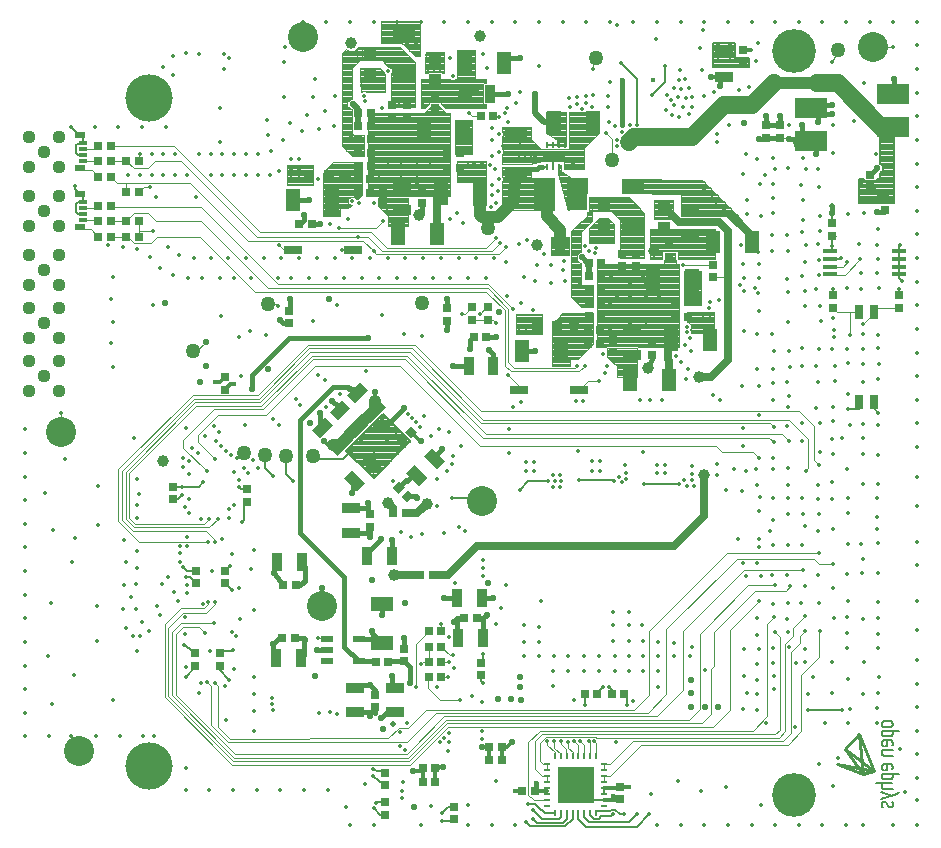
<source format=gbl>
G75*
%MOIN*%
%OFA0B0*%
%FSLAX25Y25*%
%IPPOS*%
%LPD*%
%AMOC8*
5,1,8,0,0,1.08239X$1,22.5*
%
%ADD10C,0.04409*%
%ADD11R,0.03000X0.02700*%
%ADD12R,0.03800X0.06000*%
%ADD13R,0.02700X0.03000*%
%ADD14R,0.04800X0.07400*%
%ADD15R,0.07400X0.04800*%
%ADD16R,0.04200X0.03500*%
%ADD17R,0.03500X0.04200*%
%ADD18C,0.15748*%
%ADD19R,0.06299X0.02992*%
%ADD20R,0.11000X0.06500*%
%ADD21R,0.06000X0.03800*%
%ADD22C,0.05000*%
%ADD23C,0.10000*%
%ADD24R,0.03937X0.02165*%
%ADD25C,0.14600*%
%ADD26R,0.04724X0.01378*%
%ADD27R,0.12205X0.12205*%
%ADD28R,0.00984X0.02362*%
%ADD29R,0.02362X0.00984*%
%ADD30R,0.02992X0.05000*%
%ADD31R,0.03150X0.01181*%
%ADD32R,0.03543X0.02362*%
%ADD33C,0.01083*%
%ADD34C,0.00709*%
%ADD35R,0.06500X0.11000*%
%ADD36R,0.06299X0.03543*%
%ADD37R,0.00984X0.01969*%
%ADD38C,0.01387*%
%ADD39C,0.01781*%
%ADD40C,0.00394*%
%ADD41C,0.02205*%
%ADD42C,0.01575*%
%ADD43C,0.00787*%
%ADD44C,0.01181*%
%ADD45C,0.00354*%
%ADD46C,0.03858*%
%ADD47C,0.02756*%
%ADD48C,0.01978*%
%ADD49C,0.00433*%
%ADD50C,0.00350*%
%ADD51C,0.05906*%
%ADD52C,0.01969*%
%ADD53C,0.01600*%
%ADD54C,0.03937*%
%ADD55C,0.00591*%
%ADD56C,0.00800*%
%ADD57C,0.00748*%
D10*
X0053283Y0191079D03*
X0058283Y0196079D03*
X0063283Y0191079D03*
X0063283Y0201079D03*
X0063283Y0208795D03*
X0058283Y0213795D03*
X0053283Y0208795D03*
X0053283Y0201079D03*
X0053283Y0218795D03*
X0053283Y0226512D03*
X0058283Y0231512D03*
X0053283Y0236512D03*
X0063283Y0236512D03*
X0063283Y0246197D03*
X0058283Y0251197D03*
X0053283Y0246197D03*
X0053283Y0256197D03*
X0063283Y0256197D03*
X0063283Y0265882D03*
X0058283Y0270882D03*
X0053283Y0275882D03*
X0053283Y0265882D03*
X0063283Y0275882D03*
X0063283Y0226512D03*
X0063283Y0218795D03*
D11*
X0118520Y0195817D03*
X0118520Y0191617D03*
X0139780Y0213664D03*
X0139780Y0217864D03*
X0171381Y0254319D03*
X0171381Y0258519D03*
X0184359Y0257918D03*
X0184359Y0253718D03*
X0179150Y0282168D03*
X0174125Y0282175D03*
X0174125Y0286375D03*
X0179150Y0286368D03*
X0188591Y0285411D03*
X0188591Y0289611D03*
X0250803Y0236958D03*
X0250803Y0232758D03*
X0255724Y0232758D03*
X0255724Y0236958D03*
X0266748Y0235711D03*
X0266748Y0239911D03*
X0281118Y0233218D03*
X0281118Y0229018D03*
X0260843Y0207431D03*
X0260843Y0203231D03*
X0248047Y0204018D03*
X0248047Y0208218D03*
X0206315Y0214845D03*
X0206315Y0219045D03*
X0200803Y0219045D03*
X0200803Y0214845D03*
X0192535Y0214451D03*
X0192535Y0218651D03*
X0126000Y0158415D03*
X0126000Y0154215D03*
X0101197Y0155002D03*
X0101197Y0159202D03*
X0109071Y0131250D03*
X0109071Y0127050D03*
X0118520Y0127050D03*
X0118520Y0131250D03*
X0116945Y0103691D03*
X0108677Y0103691D03*
X0108677Y0099491D03*
X0116945Y0099491D03*
X0168520Y0089911D03*
X0168520Y0085711D03*
X0178362Y0101065D03*
X0178362Y0105265D03*
X0203953Y0100541D03*
X0203953Y0096341D03*
X0172063Y0063927D03*
X0172063Y0059727D03*
X0172063Y0054084D03*
X0172063Y0049884D03*
X0194898Y0048309D03*
X0194898Y0052509D03*
X0250409Y0055002D03*
X0250409Y0059202D03*
X0166945Y0145947D03*
X0166945Y0150147D03*
X0320882Y0242798D03*
X0320882Y0246998D03*
X0333737Y0259071D03*
X0333737Y0263271D03*
X0338735Y0255528D03*
X0338735Y0251328D03*
X0303559Y0275475D03*
X0298835Y0275475D03*
X0298835Y0279675D03*
X0303559Y0279675D03*
X0291354Y0300672D03*
X0291354Y0304872D03*
X0321276Y0222982D03*
X0321276Y0218782D03*
X0343323Y0218782D03*
X0343323Y0222982D03*
D12*
X0208053Y0199622D03*
X0199853Y0199622D03*
G36*
X0169440Y0188376D02*
X0172127Y0185689D01*
X0167886Y0181448D01*
X0165199Y0184135D01*
X0169440Y0188376D01*
G37*
G36*
X0163642Y0194174D02*
X0166329Y0191487D01*
X0162088Y0187246D01*
X0159401Y0189933D01*
X0163642Y0194174D01*
G37*
G36*
X0157736Y0188269D02*
X0160423Y0185582D01*
X0156182Y0181341D01*
X0153495Y0184028D01*
X0157736Y0188269D01*
G37*
G36*
X0163534Y0182470D02*
X0166221Y0179783D01*
X0161980Y0175542D01*
X0159293Y0178229D01*
X0163534Y0182470D01*
G37*
G36*
X0157629Y0176565D02*
X0160316Y0173878D01*
X0156075Y0169637D01*
X0153388Y0172324D01*
X0157629Y0176565D01*
G37*
G36*
X0151831Y0182363D02*
X0154518Y0179676D01*
X0150277Y0175435D01*
X0147590Y0178122D01*
X0151831Y0182363D01*
G37*
G36*
X0170946Y0166311D02*
X0168259Y0163624D01*
X0164018Y0167865D01*
X0166705Y0170552D01*
X0170946Y0166311D01*
G37*
G36*
X0165148Y0160513D02*
X0162461Y0157826D01*
X0158220Y0162067D01*
X0160907Y0164754D01*
X0165148Y0160513D01*
G37*
G36*
X0179086Y0163642D02*
X0181773Y0166329D01*
X0186014Y0162088D01*
X0183327Y0159401D01*
X0179086Y0163642D01*
G37*
G36*
X0184884Y0169440D02*
X0187571Y0172127D01*
X0191812Y0167886D01*
X0189125Y0165199D01*
X0184884Y0169440D01*
G37*
X0174194Y0136236D03*
X0165994Y0136236D03*
X0144273Y0134268D03*
X0136073Y0134268D03*
X0135680Y0101984D03*
X0143880Y0101984D03*
X0196309Y0108677D03*
X0204509Y0108677D03*
X0204116Y0122063D03*
X0195916Y0122063D03*
X0198827Y0290195D03*
X0207027Y0290195D03*
D13*
X0208021Y0282693D03*
X0203821Y0282693D03*
X0196801Y0270488D03*
X0192601Y0270488D03*
X0192601Y0265567D03*
X0196801Y0265567D03*
X0167259Y0266256D03*
X0163059Y0266256D03*
X0163066Y0270581D03*
X0167266Y0270581D03*
X0167273Y0275016D03*
X0163073Y0275016D03*
X0163073Y0279346D03*
X0167273Y0279346D03*
X0167273Y0283677D03*
X0163073Y0283677D03*
X0162876Y0261827D03*
X0167076Y0261827D03*
X0167076Y0257299D03*
X0162876Y0257299D03*
X0147549Y0246787D03*
X0143349Y0246787D03*
X0089911Y0247654D03*
X0085711Y0247654D03*
X0085711Y0242535D03*
X0089911Y0242535D03*
X0080462Y0242535D03*
X0076262Y0242535D03*
X0076262Y0247654D03*
X0080462Y0247654D03*
X0080462Y0252772D03*
X0076262Y0252772D03*
X0085711Y0257496D03*
X0089911Y0257496D03*
X0080462Y0262614D03*
X0076262Y0262614D03*
X0076262Y0267732D03*
X0080462Y0267732D03*
X0085711Y0267732D03*
X0089911Y0267732D03*
X0080462Y0272850D03*
X0076262Y0272850D03*
X0201459Y0209071D03*
X0205659Y0209071D03*
X0239451Y0206906D03*
X0243651Y0206906D03*
X0243651Y0211433D03*
X0239451Y0211433D03*
X0239845Y0216157D03*
X0244045Y0216157D03*
X0244045Y0220685D03*
X0239845Y0220685D03*
X0239845Y0225016D03*
X0244045Y0225016D03*
X0244045Y0229543D03*
X0239845Y0229543D03*
X0239845Y0233874D03*
X0244045Y0233874D03*
X0268585Y0220882D03*
X0272785Y0220882D03*
X0272785Y0215961D03*
X0268585Y0215961D03*
G36*
X0178620Y0177591D02*
X0180529Y0179500D01*
X0182650Y0177379D01*
X0180741Y0175470D01*
X0178620Y0177591D01*
G37*
G36*
X0175650Y0174621D02*
X0177559Y0176530D01*
X0179680Y0174409D01*
X0177771Y0172500D01*
X0175650Y0174621D01*
G37*
G36*
X0176590Y0160996D02*
X0178499Y0159087D01*
X0176378Y0156966D01*
X0174469Y0158875D01*
X0176590Y0160996D01*
G37*
G36*
X0179559Y0158026D02*
X0181468Y0156117D01*
X0179347Y0153996D01*
X0177438Y0155905D01*
X0179559Y0158026D01*
G37*
X0178887Y0150409D03*
X0174687Y0150409D03*
X0183743Y0129937D03*
X0187943Y0129937D03*
X0198309Y0115370D03*
X0202509Y0115370D03*
X0190698Y0111039D03*
X0186498Y0111039D03*
X0186498Y0105921D03*
X0190698Y0105921D03*
X0190698Y0100803D03*
X0186498Y0100803D03*
X0186498Y0095685D03*
X0190698Y0095685D03*
X0172982Y0100803D03*
X0168782Y0100803D03*
X0141880Y0108677D03*
X0137680Y0108677D03*
X0138073Y0126394D03*
X0142273Y0126394D03*
X0206577Y0072457D03*
X0210777Y0072457D03*
X0210777Y0068126D03*
X0206577Y0068126D03*
X0217601Y0057890D03*
X0221801Y0057890D03*
X0188730Y0060646D03*
X0184530Y0060646D03*
X0184530Y0065370D03*
X0188730Y0065370D03*
X0238467Y0090173D03*
X0242667Y0090173D03*
X0247522Y0090173D03*
X0251722Y0090173D03*
D14*
X0253752Y0194701D03*
X0266752Y0194701D03*
X0267138Y0208283D03*
X0280138Y0208283D03*
X0274429Y0228165D03*
X0261429Y0228165D03*
X0281311Y0240764D03*
X0294311Y0240764D03*
X0241161Y0280724D03*
X0228161Y0280724D03*
X0211634Y0300409D03*
X0198634Y0300409D03*
X0198051Y0277969D03*
X0185051Y0277969D03*
X0190760Y0256906D03*
X0203760Y0256906D03*
X0189193Y0243323D03*
X0176193Y0243323D03*
X0154146Y0254833D03*
X0141146Y0254833D03*
X0217728Y0204346D03*
X0230728Y0204346D03*
D15*
X0254543Y0246469D03*
X0254543Y0259469D03*
X0215764Y0263398D03*
X0215764Y0276398D03*
X0178165Y0297453D03*
X0178165Y0310453D03*
X0170882Y0120295D03*
X0170882Y0107295D03*
D16*
X0244898Y0246025D03*
X0244898Y0252825D03*
X0264780Y0252628D03*
X0264780Y0245828D03*
X0188598Y0295041D03*
X0188598Y0301841D03*
X0166846Y0303602D03*
X0166846Y0296802D03*
D17*
X0153310Y0262904D03*
X0146510Y0262904D03*
X0222600Y0212614D03*
X0229400Y0212614D03*
D18*
X0093323Y0066157D03*
X0093323Y0288795D03*
D19*
X0141354Y0238205D03*
X0161354Y0238205D03*
X0216551Y0191551D03*
X0236551Y0191551D03*
D20*
X0313795Y0274437D03*
X0313795Y0285437D03*
X0341354Y0290161D03*
X0341354Y0279161D03*
D21*
X0285055Y0295916D03*
X0285055Y0304116D03*
X0273638Y0251557D03*
X0273638Y0243357D03*
X0254346Y0211202D03*
X0254346Y0203002D03*
X0177575Y0251624D03*
X0177575Y0259824D03*
X0160646Y0152147D03*
X0160646Y0143947D03*
X0161827Y0092305D03*
X0161827Y0084105D03*
X0175213Y0084105D03*
X0175213Y0092305D03*
D22*
X0148047Y0169307D03*
X0138835Y0169524D03*
X0131787Y0169780D03*
X0124819Y0170488D03*
X0107890Y0204346D03*
X0133087Y0220094D03*
X0184268Y0220488D03*
X0206118Y0245488D03*
X0247457Y0268126D03*
X0242142Y0301984D03*
X0322850Y0304740D03*
X0326000Y0290961D03*
D23*
X0334661Y0305921D03*
X0144504Y0309071D03*
X0063795Y0177575D03*
X0150803Y0119307D03*
X0204346Y0154346D03*
X0070094Y0071276D03*
D24*
X0152575Y0101000D03*
X0152575Y0104740D03*
X0152575Y0108480D03*
X0163205Y0108480D03*
X0163205Y0101000D03*
D25*
X0308157Y0056331D03*
X0308157Y0304331D03*
D26*
X0320390Y0237713D03*
X0320390Y0235154D03*
X0320390Y0232594D03*
X0320390Y0230035D03*
X0343421Y0230035D03*
X0343421Y0232594D03*
X0343421Y0235154D03*
X0343421Y0237713D03*
D27*
X0235449Y0059858D03*
D28*
X0236433Y0050409D03*
X0234465Y0050409D03*
X0232496Y0050409D03*
X0230528Y0050409D03*
X0228559Y0050409D03*
X0238402Y0050409D03*
X0240370Y0050409D03*
X0242339Y0050409D03*
X0242339Y0069307D03*
X0240370Y0069307D03*
X0238402Y0069307D03*
X0236433Y0069307D03*
X0234465Y0069307D03*
X0232496Y0069307D03*
X0230528Y0069307D03*
X0228559Y0069307D03*
D29*
X0226000Y0066748D03*
X0226000Y0064780D03*
X0226000Y0062811D03*
X0226000Y0060843D03*
X0226000Y0058874D03*
X0226000Y0056906D03*
X0226000Y0054937D03*
X0226000Y0052969D03*
X0244898Y0052969D03*
X0244898Y0054937D03*
X0244898Y0056906D03*
X0244898Y0058874D03*
X0244898Y0060843D03*
X0244898Y0062811D03*
X0244898Y0064780D03*
X0244898Y0066748D03*
D30*
X0329799Y0187378D03*
X0334799Y0187378D03*
X0334799Y0217378D03*
X0329799Y0217378D03*
D31*
X0071276Y0248244D03*
X0071276Y0250213D03*
X0071276Y0252181D03*
X0071276Y0254150D03*
X0071276Y0267929D03*
X0071276Y0269898D03*
X0071276Y0271866D03*
X0071276Y0273835D03*
D32*
X0070291Y0276394D03*
X0070291Y0265370D03*
X0070291Y0256709D03*
X0070291Y0245685D03*
D33*
X0325213Y0071669D02*
X0335055Y0064583D01*
X0322457Y0066945D01*
X0331118Y0063402D01*
X0325213Y0071669D01*
X0329937Y0076787D01*
X0331118Y0063402D01*
X0335055Y0064583D01*
X0329937Y0076787D01*
D34*
X0337654Y0076748D02*
X0337654Y0077929D01*
X0341118Y0077929D01*
X0341118Y0076748D01*
X0341116Y0076697D01*
X0341111Y0076647D01*
X0341102Y0076597D01*
X0341089Y0076548D01*
X0341073Y0076500D01*
X0341054Y0076453D01*
X0341031Y0076408D01*
X0341005Y0076365D01*
X0340977Y0076323D01*
X0340945Y0076284D01*
X0340910Y0076247D01*
X0340873Y0076212D01*
X0340834Y0076180D01*
X0340792Y0076152D01*
X0340749Y0076126D01*
X0340704Y0076103D01*
X0340657Y0076084D01*
X0340609Y0076068D01*
X0340560Y0076055D01*
X0340510Y0076046D01*
X0340460Y0076041D01*
X0340409Y0076039D01*
X0338362Y0076039D01*
X0338311Y0076041D01*
X0338261Y0076046D01*
X0338211Y0076055D01*
X0338162Y0076068D01*
X0338114Y0076084D01*
X0338067Y0076103D01*
X0338022Y0076126D01*
X0337979Y0076152D01*
X0337937Y0076180D01*
X0337898Y0076212D01*
X0337861Y0076247D01*
X0337826Y0076284D01*
X0337794Y0076323D01*
X0337766Y0076365D01*
X0337740Y0076408D01*
X0337717Y0076453D01*
X0337698Y0076500D01*
X0337682Y0076548D01*
X0337669Y0076597D01*
X0337660Y0076647D01*
X0337655Y0076697D01*
X0337653Y0076748D01*
X0338362Y0074740D02*
X0340409Y0074740D01*
X0340460Y0074738D01*
X0340510Y0074733D01*
X0340560Y0074724D01*
X0340609Y0074711D01*
X0340657Y0074695D01*
X0340704Y0074676D01*
X0340749Y0074653D01*
X0340792Y0074627D01*
X0340834Y0074599D01*
X0340873Y0074567D01*
X0340910Y0074532D01*
X0340945Y0074495D01*
X0340977Y0074456D01*
X0341005Y0074414D01*
X0341031Y0074371D01*
X0341054Y0074326D01*
X0341073Y0074279D01*
X0341089Y0074231D01*
X0341102Y0074182D01*
X0341111Y0074132D01*
X0341116Y0074082D01*
X0341118Y0074031D01*
X0341118Y0073323D01*
X0341119Y0073323D02*
X0341117Y0073292D01*
X0341112Y0073262D01*
X0341104Y0073232D01*
X0341092Y0073203D01*
X0341077Y0073176D01*
X0341059Y0073151D01*
X0341038Y0073128D01*
X0341015Y0073107D01*
X0340990Y0073089D01*
X0340963Y0073074D01*
X0340934Y0073062D01*
X0340904Y0073054D01*
X0340874Y0073049D01*
X0340843Y0073047D01*
X0339386Y0072850D02*
X0338441Y0072850D01*
X0338362Y0072850D02*
X0338311Y0072852D01*
X0338261Y0072857D01*
X0338211Y0072866D01*
X0338162Y0072879D01*
X0338114Y0072895D01*
X0338067Y0072914D01*
X0338022Y0072937D01*
X0337979Y0072963D01*
X0337937Y0072991D01*
X0337898Y0073023D01*
X0337861Y0073058D01*
X0337826Y0073095D01*
X0337794Y0073134D01*
X0337766Y0073176D01*
X0337740Y0073219D01*
X0337717Y0073264D01*
X0337698Y0073311D01*
X0337682Y0073359D01*
X0337669Y0073408D01*
X0337660Y0073458D01*
X0337655Y0073508D01*
X0337653Y0073559D01*
X0337654Y0073559D02*
X0337654Y0074031D01*
X0337653Y0074031D02*
X0337655Y0074082D01*
X0337660Y0074132D01*
X0337669Y0074182D01*
X0337682Y0074231D01*
X0337698Y0074279D01*
X0337717Y0074326D01*
X0337740Y0074371D01*
X0337766Y0074414D01*
X0337794Y0074456D01*
X0337826Y0074495D01*
X0337861Y0074532D01*
X0337898Y0074567D01*
X0337937Y0074599D01*
X0337979Y0074627D01*
X0338022Y0074653D01*
X0338067Y0074676D01*
X0338114Y0074695D01*
X0338162Y0074711D01*
X0338211Y0074724D01*
X0338261Y0074733D01*
X0338311Y0074738D01*
X0338362Y0074740D01*
X0339386Y0074504D02*
X0339386Y0072850D01*
X0337654Y0071512D02*
X0341118Y0071512D01*
X0341118Y0069622D02*
X0338362Y0069622D01*
X0338311Y0069624D01*
X0338261Y0069629D01*
X0338211Y0069638D01*
X0338162Y0069651D01*
X0338114Y0069667D01*
X0338067Y0069686D01*
X0338022Y0069709D01*
X0337979Y0069735D01*
X0337937Y0069763D01*
X0337898Y0069795D01*
X0337861Y0069830D01*
X0337826Y0069867D01*
X0337794Y0069906D01*
X0337766Y0069948D01*
X0337740Y0069991D01*
X0337717Y0070036D01*
X0337698Y0070083D01*
X0337682Y0070131D01*
X0337669Y0070180D01*
X0337660Y0070230D01*
X0337655Y0070280D01*
X0337653Y0070331D01*
X0337654Y0070331D02*
X0337654Y0071512D01*
X0338362Y0066787D02*
X0340409Y0066787D01*
X0340409Y0066788D02*
X0340460Y0066786D01*
X0340510Y0066781D01*
X0340560Y0066772D01*
X0340609Y0066759D01*
X0340657Y0066743D01*
X0340704Y0066724D01*
X0340749Y0066701D01*
X0340792Y0066675D01*
X0340834Y0066647D01*
X0340873Y0066615D01*
X0340910Y0066580D01*
X0340945Y0066543D01*
X0340977Y0066504D01*
X0341005Y0066462D01*
X0341031Y0066419D01*
X0341054Y0066374D01*
X0341073Y0066327D01*
X0341089Y0066279D01*
X0341102Y0066230D01*
X0341111Y0066180D01*
X0341116Y0066130D01*
X0341118Y0066079D01*
X0341118Y0065370D01*
X0341119Y0065370D02*
X0341117Y0065339D01*
X0341112Y0065309D01*
X0341104Y0065279D01*
X0341092Y0065250D01*
X0341077Y0065223D01*
X0341059Y0065198D01*
X0341038Y0065175D01*
X0341015Y0065154D01*
X0340990Y0065136D01*
X0340963Y0065121D01*
X0340934Y0065109D01*
X0340904Y0065101D01*
X0340874Y0065096D01*
X0340843Y0065094D01*
X0339386Y0064898D02*
X0339386Y0066551D01*
X0338362Y0066788D02*
X0338311Y0066786D01*
X0338261Y0066781D01*
X0338211Y0066772D01*
X0338162Y0066759D01*
X0338114Y0066743D01*
X0338067Y0066724D01*
X0338022Y0066701D01*
X0337979Y0066675D01*
X0337937Y0066647D01*
X0337898Y0066615D01*
X0337861Y0066580D01*
X0337826Y0066543D01*
X0337794Y0066504D01*
X0337766Y0066462D01*
X0337740Y0066419D01*
X0337717Y0066374D01*
X0337698Y0066327D01*
X0337682Y0066279D01*
X0337669Y0066230D01*
X0337660Y0066180D01*
X0337655Y0066130D01*
X0337653Y0066079D01*
X0337654Y0066079D02*
X0337654Y0065606D01*
X0337653Y0065606D02*
X0337655Y0065555D01*
X0337660Y0065505D01*
X0337669Y0065455D01*
X0337682Y0065406D01*
X0337698Y0065358D01*
X0337717Y0065311D01*
X0337740Y0065266D01*
X0337766Y0065223D01*
X0337794Y0065181D01*
X0337826Y0065142D01*
X0337861Y0065105D01*
X0337898Y0065070D01*
X0337937Y0065038D01*
X0337979Y0065010D01*
X0338022Y0064984D01*
X0338067Y0064961D01*
X0338114Y0064942D01*
X0338162Y0064926D01*
X0338211Y0064913D01*
X0338261Y0064904D01*
X0338311Y0064899D01*
X0338362Y0064897D01*
X0338441Y0064898D02*
X0339386Y0064898D01*
X0337654Y0063638D02*
X0341118Y0063638D01*
X0341118Y0062457D01*
X0341116Y0062406D01*
X0341111Y0062356D01*
X0341102Y0062306D01*
X0341089Y0062257D01*
X0341073Y0062209D01*
X0341054Y0062162D01*
X0341031Y0062117D01*
X0341005Y0062074D01*
X0340977Y0062032D01*
X0340945Y0061993D01*
X0340910Y0061956D01*
X0340873Y0061921D01*
X0340834Y0061889D01*
X0340792Y0061861D01*
X0340749Y0061835D01*
X0340704Y0061812D01*
X0340657Y0061793D01*
X0340609Y0061777D01*
X0340560Y0061764D01*
X0340510Y0061755D01*
X0340460Y0061750D01*
X0340409Y0061748D01*
X0338362Y0061748D01*
X0338311Y0061750D01*
X0338261Y0061755D01*
X0338211Y0061764D01*
X0338162Y0061777D01*
X0338114Y0061793D01*
X0338067Y0061812D01*
X0338022Y0061835D01*
X0337979Y0061861D01*
X0337937Y0061889D01*
X0337898Y0061921D01*
X0337861Y0061956D01*
X0337826Y0061993D01*
X0337794Y0062032D01*
X0337766Y0062074D01*
X0337740Y0062117D01*
X0337717Y0062162D01*
X0337698Y0062209D01*
X0337682Y0062257D01*
X0337669Y0062306D01*
X0337660Y0062356D01*
X0337655Y0062406D01*
X0337653Y0062457D01*
X0337654Y0062457D02*
X0337654Y0063638D01*
X0341157Y0063638D02*
X0343205Y0063638D01*
X0341079Y0060331D02*
X0335488Y0060331D01*
X0337654Y0060055D02*
X0337654Y0059150D01*
X0337653Y0059150D02*
X0337655Y0059099D01*
X0337660Y0059049D01*
X0337669Y0058999D01*
X0337682Y0058950D01*
X0337698Y0058902D01*
X0337717Y0058855D01*
X0337740Y0058810D01*
X0337766Y0058767D01*
X0337794Y0058725D01*
X0337826Y0058686D01*
X0337861Y0058649D01*
X0337898Y0058614D01*
X0337937Y0058582D01*
X0337979Y0058554D01*
X0338022Y0058528D01*
X0338067Y0058505D01*
X0338114Y0058486D01*
X0338162Y0058470D01*
X0338211Y0058457D01*
X0338261Y0058448D01*
X0338311Y0058443D01*
X0338362Y0058441D01*
X0341118Y0058402D01*
X0341079Y0056236D02*
X0337299Y0057535D01*
X0337299Y0055016D02*
X0342614Y0056669D01*
X0342693Y0056709D02*
X0343087Y0056984D01*
X0343165Y0057339D01*
X0343165Y0057535D01*
X0340921Y0054110D02*
X0340843Y0054110D01*
X0340921Y0054110D02*
X0341039Y0054031D01*
X0341157Y0053835D01*
X0341236Y0053677D01*
X0341236Y0053638D02*
X0341236Y0053165D01*
X0341237Y0053165D02*
X0341235Y0053114D01*
X0341230Y0053064D01*
X0341221Y0053014D01*
X0341208Y0052965D01*
X0341192Y0052917D01*
X0341173Y0052870D01*
X0341150Y0052825D01*
X0341124Y0052782D01*
X0341096Y0052740D01*
X0341064Y0052701D01*
X0341029Y0052664D01*
X0340992Y0052629D01*
X0340953Y0052597D01*
X0340911Y0052569D01*
X0340868Y0052543D01*
X0340823Y0052520D01*
X0340776Y0052501D01*
X0340728Y0052485D01*
X0340679Y0052472D01*
X0340629Y0052463D01*
X0340579Y0052458D01*
X0340528Y0052456D01*
X0340488Y0052457D02*
X0340291Y0052457D01*
X0340094Y0052496D01*
X0339740Y0052850D01*
X0339268Y0053480D01*
X0339346Y0053362D02*
X0338874Y0053992D01*
X0338638Y0054150D01*
X0338441Y0054189D01*
X0338244Y0054189D01*
X0338205Y0054189D02*
X0338154Y0054187D01*
X0338104Y0054182D01*
X0338054Y0054173D01*
X0338005Y0054160D01*
X0337957Y0054144D01*
X0337910Y0054125D01*
X0337865Y0054102D01*
X0337822Y0054076D01*
X0337780Y0054048D01*
X0337741Y0054016D01*
X0337704Y0053981D01*
X0337669Y0053944D01*
X0337637Y0053905D01*
X0337609Y0053863D01*
X0337583Y0053820D01*
X0337560Y0053775D01*
X0337541Y0053728D01*
X0337525Y0053680D01*
X0337512Y0053631D01*
X0337503Y0053581D01*
X0337498Y0053531D01*
X0337496Y0053480D01*
X0337496Y0053008D01*
X0337496Y0052969D02*
X0337575Y0052811D01*
X0337693Y0052614D01*
X0337811Y0052535D01*
X0337890Y0052535D01*
X0341157Y0077929D02*
X0343205Y0077929D01*
X0341118Y0079937D02*
X0341118Y0080409D01*
X0341116Y0080460D01*
X0341111Y0080510D01*
X0341102Y0080560D01*
X0341089Y0080609D01*
X0341073Y0080657D01*
X0341054Y0080704D01*
X0341031Y0080749D01*
X0341005Y0080792D01*
X0340977Y0080834D01*
X0340945Y0080873D01*
X0340910Y0080910D01*
X0340873Y0080945D01*
X0340834Y0080977D01*
X0340792Y0081005D01*
X0340749Y0081031D01*
X0340704Y0081054D01*
X0340657Y0081073D01*
X0340609Y0081089D01*
X0340560Y0081102D01*
X0340510Y0081111D01*
X0340460Y0081116D01*
X0340409Y0081118D01*
X0338362Y0081118D01*
X0338311Y0081116D01*
X0338261Y0081111D01*
X0338211Y0081102D01*
X0338162Y0081089D01*
X0338114Y0081073D01*
X0338067Y0081054D01*
X0338022Y0081031D01*
X0337979Y0081005D01*
X0337937Y0080977D01*
X0337898Y0080945D01*
X0337861Y0080910D01*
X0337826Y0080873D01*
X0337794Y0080834D01*
X0337766Y0080792D01*
X0337740Y0080749D01*
X0337717Y0080704D01*
X0337698Y0080657D01*
X0337682Y0080609D01*
X0337669Y0080560D01*
X0337660Y0080510D01*
X0337655Y0080460D01*
X0337653Y0080409D01*
X0337654Y0080409D02*
X0337654Y0079937D01*
X0337653Y0079937D02*
X0337655Y0079886D01*
X0337660Y0079836D01*
X0337669Y0079786D01*
X0337682Y0079737D01*
X0337698Y0079689D01*
X0337717Y0079642D01*
X0337740Y0079597D01*
X0337766Y0079554D01*
X0337794Y0079512D01*
X0337826Y0079473D01*
X0337861Y0079436D01*
X0337898Y0079401D01*
X0337937Y0079369D01*
X0337979Y0079341D01*
X0338022Y0079315D01*
X0338067Y0079292D01*
X0338114Y0079273D01*
X0338162Y0079257D01*
X0338211Y0079244D01*
X0338261Y0079235D01*
X0338311Y0079230D01*
X0338362Y0079228D01*
X0340409Y0079228D01*
X0340460Y0079230D01*
X0340510Y0079235D01*
X0340560Y0079244D01*
X0340609Y0079257D01*
X0340657Y0079273D01*
X0340704Y0079292D01*
X0340749Y0079315D01*
X0340792Y0079341D01*
X0340834Y0079369D01*
X0340873Y0079401D01*
X0340910Y0079436D01*
X0340945Y0079473D01*
X0340977Y0079512D01*
X0341005Y0079554D01*
X0341031Y0079597D01*
X0341054Y0079642D01*
X0341073Y0079689D01*
X0341089Y0079737D01*
X0341102Y0079786D01*
X0341111Y0079836D01*
X0341116Y0079886D01*
X0341118Y0079937D01*
D35*
X0236028Y0256709D03*
X0225028Y0256709D03*
D36*
X0228953Y0269504D03*
D37*
X0229937Y0273244D03*
X0227969Y0273244D03*
X0226000Y0273244D03*
X0231906Y0273244D03*
X0231906Y0265764D03*
X0229937Y0265764D03*
X0227969Y0265764D03*
X0226000Y0265764D03*
D38*
X0225213Y0269307D03*
X0223638Y0268520D03*
X0222063Y0269504D03*
X0220488Y0268717D03*
X0218520Y0268913D03*
X0216551Y0268913D03*
X0213795Y0268520D03*
X0209858Y0270882D03*
X0211433Y0272850D03*
X0209858Y0276787D03*
X0207496Y0274819D03*
X0207496Y0278756D03*
X0210055Y0282505D03*
X0211827Y0283686D03*
X0212614Y0285449D03*
X0215764Y0287024D03*
X0216945Y0290961D03*
X0223244Y0299622D03*
X0233289Y0288690D03*
X0235848Y0289280D03*
X0236045Y0286721D03*
X0237718Y0285245D03*
X0238899Y0287213D03*
X0238800Y0289379D03*
X0241261Y0289772D03*
X0246182Y0289379D03*
X0246182Y0285639D03*
X0246472Y0280724D03*
X0248441Y0279543D03*
X0250803Y0277575D03*
X0251197Y0274819D03*
X0249228Y0274819D03*
X0249228Y0272850D03*
X0251591Y0272850D03*
X0253165Y0274031D03*
X0254346Y0272850D03*
X0245685Y0276984D03*
X0253559Y0279858D03*
X0256025Y0279930D03*
X0265671Y0284950D03*
X0267737Y0283276D03*
X0270001Y0282587D03*
X0273244Y0283480D03*
X0274234Y0285934D03*
X0271182Y0285737D03*
X0268328Y0286328D03*
X0267245Y0288296D03*
X0265867Y0289772D03*
X0268328Y0292233D03*
X0270493Y0291839D03*
X0273244Y0292142D03*
X0272068Y0294989D03*
X0269804Y0294694D03*
X0270395Y0298139D03*
X0265370Y0299622D03*
X0260946Y0289772D03*
X0269608Y0289083D03*
X0272167Y0288887D03*
X0274425Y0288992D03*
X0278362Y0289386D03*
X0281512Y0290961D03*
X0277732Y0298008D03*
X0282993Y0302469D03*
X0284962Y0304438D03*
X0286930Y0306406D03*
X0282993Y0306406D03*
X0286930Y0302469D03*
X0294071Y0304930D03*
X0296197Y0307299D03*
X0295685Y0301197D03*
X0293323Y0292535D03*
X0289780Y0291354D03*
X0286630Y0279937D03*
X0282693Y0276787D03*
X0282693Y0274031D03*
X0292142Y0270094D03*
X0296079Y0268520D03*
X0301197Y0268913D03*
X0301984Y0264976D03*
X0298441Y0263008D03*
X0296866Y0260252D03*
X0301197Y0260252D03*
X0301197Y0255528D03*
X0301197Y0250409D03*
X0297260Y0249622D03*
X0292535Y0250016D03*
X0288992Y0247654D03*
X0287850Y0248913D03*
X0286433Y0250331D03*
X0285055Y0251630D03*
X0283795Y0252890D03*
X0282417Y0254071D03*
X0281000Y0255606D03*
X0279465Y0256906D03*
X0278165Y0258087D03*
X0291354Y0263402D03*
X0292535Y0254740D03*
X0291748Y0244898D03*
X0290567Y0239780D03*
X0296276Y0237457D03*
X0296472Y0233480D03*
X0296472Y0228756D03*
X0295291Y0225606D03*
X0296315Y0223835D03*
X0291748Y0224425D03*
X0290173Y0226394D03*
X0291748Y0228756D03*
X0291354Y0233480D03*
X0300882Y0237654D03*
X0306315Y0237811D03*
X0305921Y0243126D03*
X0301000Y0243126D03*
X0311039Y0244110D03*
X0311433Y0248047D03*
X0316945Y0249622D03*
X0316945Y0244504D03*
X0316157Y0240173D03*
X0312220Y0239780D03*
X0316551Y0234661D03*
X0311827Y0234268D03*
X0311039Y0229543D03*
X0311827Y0224425D03*
X0315764Y0225213D03*
X0316551Y0229937D03*
X0321276Y0225213D03*
X0326000Y0225606D03*
X0330724Y0225213D03*
X0330724Y0230331D03*
X0335843Y0230331D03*
X0336630Y0225606D03*
X0343323Y0225213D03*
X0344110Y0227969D03*
X0349228Y0227575D03*
X0349228Y0219701D03*
X0349228Y0211827D03*
X0349228Y0203953D03*
X0336236Y0205528D03*
X0336236Y0209858D03*
X0331118Y0210252D03*
X0331118Y0213402D03*
X0326787Y0209858D03*
X0326000Y0205134D03*
X0326394Y0200409D03*
X0322063Y0199622D03*
X0322063Y0194504D03*
X0326394Y0190173D03*
X0331118Y0194110D03*
X0336236Y0195291D03*
X0336630Y0200016D03*
X0331118Y0200016D03*
X0331118Y0205134D03*
X0321669Y0209071D03*
X0321669Y0211433D03*
X0321276Y0215370D03*
X0317339Y0214583D03*
X0316945Y0219307D03*
X0311827Y0219307D03*
X0306315Y0224031D03*
X0305921Y0228362D03*
X0296472Y0217732D03*
X0291748Y0211039D03*
X0296079Y0210252D03*
X0300803Y0210252D03*
X0301591Y0204346D03*
X0306709Y0204346D03*
X0311039Y0205528D03*
X0316551Y0205134D03*
X0320882Y0205134D03*
X0315764Y0199622D03*
X0311039Y0199622D03*
X0307102Y0199228D03*
X0305921Y0194110D03*
X0301197Y0193717D03*
X0301197Y0198441D03*
X0296079Y0198441D03*
X0296472Y0192929D03*
X0290961Y0192929D03*
X0283480Y0188205D03*
X0281118Y0189780D03*
X0272260Y0195291D03*
X0272850Y0198517D03*
X0270488Y0200803D03*
X0268913Y0202772D03*
X0272063Y0206315D03*
X0274031Y0204346D03*
X0273638Y0208677D03*
X0272457Y0210646D03*
X0272457Y0212614D03*
X0275993Y0216743D03*
X0277961Y0216546D03*
X0280127Y0216349D03*
X0279937Y0218913D03*
X0280331Y0220882D03*
X0283298Y0221487D03*
X0276000Y0222253D03*
X0265835Y0228554D03*
X0271276Y0233283D03*
X0263402Y0222654D03*
X0259071Y0222654D03*
X0258874Y0226787D03*
X0257843Y0229341D03*
X0253559Y0226787D03*
X0253559Y0222654D03*
X0249425Y0222654D03*
X0247063Y0220094D03*
X0249228Y0217142D03*
X0253559Y0217142D03*
X0253559Y0213795D03*
X0259071Y0213008D03*
X0259071Y0217142D03*
X0263205Y0217142D03*
X0246859Y0211861D03*
X0244635Y0203428D03*
X0246006Y0199625D03*
X0245291Y0197260D03*
X0243264Y0194533D03*
X0238598Y0199622D03*
X0235843Y0199418D03*
X0235449Y0187811D03*
X0237811Y0187811D03*
X0257102Y0188205D03*
X0260252Y0188205D03*
X0264189Y0188205D03*
X0250480Y0203433D03*
X0221276Y0218126D03*
X0218913Y0215173D03*
X0216748Y0215173D03*
X0216748Y0212024D03*
X0218913Y0212024D03*
X0214583Y0218520D03*
X0217339Y0220488D03*
X0212614Y0222850D03*
X0218126Y0229150D03*
X0221866Y0227772D03*
X0222654Y0233087D03*
X0224937Y0236669D03*
X0227969Y0237417D03*
X0229150Y0238992D03*
X0227969Y0240370D03*
X0230331Y0240567D03*
X0231512Y0238992D03*
X0232496Y0237417D03*
X0230331Y0237417D03*
X0231709Y0234465D03*
X0231315Y0231315D03*
X0232102Y0227969D03*
X0227181Y0227181D03*
X0227181Y0233283D03*
X0232496Y0240567D03*
X0238756Y0239307D03*
X0240094Y0237929D03*
X0241945Y0237024D03*
X0242142Y0238795D03*
X0243217Y0241251D03*
X0245094Y0241354D03*
X0247966Y0241165D03*
X0253362Y0237220D03*
X0247410Y0229459D03*
X0241052Y0241251D03*
X0219307Y0241354D03*
X0216551Y0239976D03*
X0212220Y0238992D03*
X0210252Y0240567D03*
X0209071Y0242142D03*
X0208283Y0235449D03*
X0212220Y0234268D03*
X0205528Y0228756D03*
X0199622Y0228756D03*
X0193717Y0228756D03*
X0187811Y0228756D03*
X0181906Y0228756D03*
X0176000Y0228756D03*
X0170094Y0228756D03*
X0164189Y0228756D03*
X0158283Y0228756D03*
X0152378Y0228756D03*
X0146472Y0228756D03*
X0140567Y0228756D03*
X0136236Y0228756D03*
X0137417Y0235449D03*
X0136630Y0239780D03*
X0131512Y0235449D03*
X0125606Y0235449D03*
X0119701Y0235449D03*
X0113795Y0235449D03*
X0108283Y0235449D03*
X0103165Y0236630D03*
X0099622Y0238992D03*
X0094504Y0244504D03*
X0089386Y0238598D03*
X0084661Y0238992D03*
X0079543Y0239780D03*
X0081118Y0229150D03*
X0080724Y0221669D03*
X0081118Y0214189D03*
X0080724Y0207102D03*
X0081118Y0199228D03*
X0063795Y0183874D03*
X0051984Y0178362D03*
X0051984Y0170488D03*
X0051984Y0162614D03*
X0058677Y0157102D03*
X0051984Y0154740D03*
X0051984Y0146866D03*
X0051984Y0138992D03*
X0051984Y0131118D03*
X0051984Y0123244D03*
X0060646Y0120488D03*
X0051984Y0115370D03*
X0051984Y0107496D03*
X0059465Y0102772D03*
X0051984Y0099622D03*
X0051984Y0091748D03*
X0060843Y0086827D03*
X0051984Y0083874D03*
X0051984Y0076000D03*
X0059858Y0076000D03*
X0067339Y0076000D03*
X0075606Y0076000D03*
X0083480Y0076000D03*
X0091354Y0076000D03*
X0094898Y0076000D03*
X0081315Y0088008D03*
X0068126Y0096472D03*
X0076000Y0107890D03*
X0085449Y0112220D03*
X0088047Y0109622D03*
X0090173Y0109465D03*
X0093158Y0111190D03*
X0090961Y0114189D03*
X0088992Y0118520D03*
X0087417Y0122457D03*
X0085055Y0126394D03*
X0088992Y0126787D03*
X0089386Y0132102D03*
X0085449Y0134268D03*
X0089386Y0137811D03*
X0085055Y0141354D03*
X0076394Y0146472D03*
X0068520Y0142142D03*
X0061433Y0144898D03*
X0067732Y0134268D03*
X0076000Y0119307D03*
X0084661Y0118520D03*
X0096079Y0119337D03*
X0096866Y0116551D03*
X0102929Y0121276D03*
X0101591Y0124031D03*
X0105843Y0123835D03*
X0105821Y0126448D03*
X0105613Y0129177D03*
X0104760Y0132353D03*
X0103545Y0134268D03*
X0103559Y0137024D03*
X0103559Y0139386D03*
X0105821Y0139359D03*
X0105907Y0142617D03*
X0113008Y0140961D03*
X0115370Y0140961D03*
X0117732Y0141748D03*
X0120820Y0136657D03*
X0120402Y0132863D03*
X0114189Y0131118D03*
X0120882Y0124677D03*
X0123182Y0125633D03*
X0127119Y0131960D03*
X0128362Y0138205D03*
X0124374Y0147346D03*
X0119898Y0148835D03*
X0119910Y0151937D03*
X0121607Y0153193D03*
X0116157Y0148441D03*
X0113333Y0148510D03*
X0110646Y0148441D03*
X0106709Y0150409D03*
X0105134Y0152513D03*
X0106709Y0155161D03*
X0104346Y0156315D03*
X0104346Y0159071D03*
X0106709Y0163402D03*
X0104740Y0165764D03*
X0106709Y0167732D03*
X0104740Y0168913D03*
X0107496Y0172063D03*
X0109465Y0170488D03*
X0115370Y0168520D03*
X0118913Y0171276D03*
X0117339Y0172850D03*
X0115764Y0174425D03*
X0116551Y0177575D03*
X0114976Y0179543D03*
X0111827Y0176000D03*
X0105528Y0178756D03*
X0120488Y0169701D03*
X0122457Y0168913D03*
X0124819Y0165370D03*
X0126394Y0163795D03*
X0129543Y0165370D03*
X0127969Y0168126D03*
X0134465Y0162811D03*
X0141276Y0161197D03*
X0123327Y0159017D03*
X0123182Y0161406D03*
X0121669Y0164275D03*
X0112614Y0164398D03*
X0111433Y0160646D03*
X0089780Y0156709D03*
X0089386Y0153165D03*
X0089386Y0148835D03*
X0089386Y0161827D03*
X0076394Y0159465D03*
X0065370Y0168520D03*
X0088205Y0175606D03*
X0125213Y0179937D03*
X0134661Y0181906D03*
X0136630Y0179937D03*
X0143717Y0186630D03*
X0142142Y0188598D03*
X0152378Y0185830D03*
X0157102Y0190173D03*
X0151984Y0194898D03*
X0149622Y0196472D03*
X0165764Y0197654D03*
X0178362Y0210252D03*
X0184268Y0209465D03*
X0197654Y0216945D03*
X0203559Y0216945D03*
X0209071Y0213795D03*
X0212804Y0196566D03*
X0217339Y0187417D03*
X0214583Y0185843D03*
X0213402Y0178362D03*
X0213402Y0170488D03*
X0218913Y0167339D03*
X0221669Y0167339D03*
X0221669Y0164583D03*
X0218913Y0164583D03*
X0226394Y0161039D03*
X0228756Y0161039D03*
X0230724Y0161039D03*
X0230331Y0159071D03*
X0227969Y0159071D03*
X0227969Y0163008D03*
X0230331Y0163008D03*
X0236630Y0161433D03*
X0240961Y0164583D03*
X0243717Y0164583D03*
X0243717Y0167732D03*
X0240961Y0167732D03*
X0236236Y0171276D03*
X0250016Y0162614D03*
X0250803Y0160646D03*
X0252378Y0161827D03*
X0252378Y0163795D03*
X0251984Y0166551D03*
X0257890Y0170882D03*
X0262614Y0166551D03*
X0262614Y0163795D03*
X0265370Y0163795D03*
X0265370Y0166551D03*
X0270094Y0160252D03*
X0271669Y0161433D03*
X0272457Y0159465D03*
X0274819Y0159465D03*
X0274425Y0161433D03*
X0274425Y0163402D03*
X0274425Y0166157D03*
X0282693Y0166945D03*
X0282693Y0163008D03*
X0285449Y0158283D03*
X0290961Y0157890D03*
X0296079Y0159858D03*
X0296866Y0155921D03*
X0301197Y0155528D03*
X0306315Y0155528D03*
X0306315Y0159858D03*
X0306315Y0165370D03*
X0301197Y0164976D03*
X0301197Y0168913D03*
X0296472Y0168913D03*
X0295685Y0164976D03*
X0292142Y0164583D03*
X0288205Y0164976D03*
X0291354Y0172850D03*
X0291354Y0178756D03*
X0296472Y0183087D03*
X0301197Y0188205D03*
X0306709Y0189386D03*
X0306315Y0185843D03*
X0305921Y0179543D03*
X0301591Y0179150D03*
X0301591Y0174031D03*
X0306709Y0174425D03*
X0311039Y0174425D03*
X0311039Y0180331D03*
X0315764Y0185449D03*
X0316945Y0180331D03*
X0321276Y0181118D03*
X0321276Y0185843D03*
X0326394Y0185055D03*
X0326787Y0179937D03*
X0331118Y0180134D03*
X0336236Y0179937D03*
X0336236Y0183874D03*
X0349228Y0180331D03*
X0349228Y0188205D03*
X0349228Y0196079D03*
X0349228Y0172457D03*
X0336236Y0169701D03*
X0331315Y0170291D03*
X0331315Y0175606D03*
X0324425Y0175606D03*
X0321079Y0175016D03*
X0321276Y0170291D03*
X0316945Y0170882D03*
X0316551Y0166551D03*
X0312220Y0164583D03*
X0316157Y0159858D03*
X0320882Y0160646D03*
X0321079Y0155134D03*
X0326197Y0155331D03*
X0331118Y0160252D03*
X0336236Y0160252D03*
X0335843Y0155528D03*
X0335843Y0149228D03*
X0336039Y0145291D03*
X0336236Y0140370D03*
X0330724Y0140173D03*
X0326197Y0140173D03*
X0331315Y0135252D03*
X0330921Y0130331D03*
X0326000Y0130134D03*
X0321276Y0133480D03*
X0316551Y0137024D03*
X0311039Y0139780D03*
X0306315Y0139780D03*
X0301197Y0139780D03*
X0296472Y0138992D03*
X0296472Y0141748D03*
X0300425Y0144519D03*
X0301197Y0148047D03*
X0306315Y0150016D03*
X0311433Y0150016D03*
X0311827Y0146079D03*
X0316157Y0144504D03*
X0321276Y0145094D03*
X0316551Y0150016D03*
X0316157Y0155134D03*
X0311039Y0155528D03*
X0296472Y0151197D03*
X0289767Y0141748D03*
X0291354Y0133874D03*
X0292142Y0129543D03*
X0297260Y0129543D03*
X0300803Y0129937D03*
X0301984Y0126394D03*
X0305921Y0129937D03*
X0307102Y0126000D03*
X0311827Y0126000D03*
X0316157Y0129937D03*
X0311433Y0131512D03*
X0321276Y0125409D03*
X0326394Y0121276D03*
X0326000Y0115764D03*
X0321472Y0115370D03*
X0316945Y0111039D03*
X0311827Y0111039D03*
X0311827Y0116157D03*
X0310646Y0120488D03*
X0306315Y0120488D03*
X0301197Y0120094D03*
X0301591Y0115764D03*
X0305921Y0114976D03*
X0306315Y0110646D03*
X0301984Y0110646D03*
X0296079Y0109858D03*
X0296472Y0105134D03*
X0291748Y0105134D03*
X0296079Y0100016D03*
X0296079Y0094898D03*
X0291748Y0096079D03*
X0292535Y0090567D03*
X0296079Y0090173D03*
X0301591Y0091748D03*
X0301591Y0096079D03*
X0301413Y0100390D03*
X0301197Y0105528D03*
X0306709Y0105921D03*
X0309071Y0100409D03*
X0311827Y0100803D03*
X0311827Y0105134D03*
X0320882Y0100803D03*
X0326000Y0105331D03*
X0331512Y0100803D03*
X0336236Y0105528D03*
X0336236Y0110252D03*
X0336236Y0115370D03*
X0331118Y0115173D03*
X0326000Y0110449D03*
X0316551Y0120488D03*
X0336236Y0120882D03*
X0336236Y0130331D03*
X0349228Y0133087D03*
X0349228Y0140961D03*
X0349228Y0152772D03*
X0349228Y0162614D03*
X0326000Y0165173D03*
X0326197Y0150409D03*
X0296079Y0133874D03*
X0296472Y0121276D03*
X0296079Y0115370D03*
X0274425Y0105921D03*
X0273638Y0102772D03*
X0268126Y0102772D03*
X0263008Y0102772D03*
X0257890Y0102772D03*
X0253165Y0102772D03*
X0248441Y0102772D03*
X0243323Y0102772D03*
X0238205Y0102772D03*
X0233087Y0102772D03*
X0228362Y0102772D03*
X0223244Y0102772D03*
X0218126Y0102772D03*
X0218126Y0107496D03*
X0223244Y0107496D03*
X0223244Y0112614D03*
X0218126Y0113008D03*
X0209071Y0113402D03*
X0210646Y0118913D03*
X0212220Y0126394D03*
X0204740Y0129543D03*
X0204740Y0132299D03*
X0204740Y0134661D03*
X0198441Y0144504D03*
X0196472Y0145685D03*
X0191748Y0143717D03*
X0184268Y0143323D03*
X0180724Y0142535D03*
X0177181Y0144110D03*
X0189386Y0152772D03*
X0194110Y0155528D03*
X0189347Y0161841D03*
X0192535Y0164583D03*
X0194432Y0166945D03*
X0194504Y0169307D03*
X0197260Y0172850D03*
X0193323Y0177575D03*
X0189780Y0178362D03*
X0187417Y0176000D03*
X0183480Y0179150D03*
X0182299Y0180724D03*
X0180927Y0182097D03*
X0179592Y0183432D03*
X0185055Y0182693D03*
X0175606Y0177575D03*
X0172457Y0174425D03*
X0175803Y0171276D03*
X0171472Y0166945D03*
X0168126Y0170094D03*
X0164583Y0166551D03*
X0160449Y0170882D03*
X0163992Y0174425D03*
X0168126Y0178756D03*
X0171079Y0181709D03*
X0174498Y0161112D03*
X0216945Y0158283D03*
X0248389Y0161039D03*
X0258283Y0160252D03*
X0224031Y0121276D03*
X0248047Y0117339D03*
X0253165Y0117339D03*
X0253165Y0113008D03*
X0257496Y0113008D03*
X0257890Y0107890D03*
X0253165Y0107890D03*
X0248047Y0107890D03*
X0248047Y0113008D03*
X0263008Y0107496D03*
X0268126Y0107102D03*
X0263008Y0097654D03*
X0257890Y0097654D03*
X0253165Y0097654D03*
X0248441Y0097654D03*
X0243323Y0097654D03*
X0238205Y0097654D03*
X0233087Y0097654D03*
X0227969Y0097654D03*
X0227969Y0092929D03*
X0235055Y0088008D03*
X0238467Y0086341D03*
X0244504Y0092404D03*
X0246472Y0092404D03*
X0252509Y0086341D03*
X0254740Y0087811D03*
X0263008Y0092535D03*
X0278756Y0098047D03*
X0291354Y0085055D03*
X0295902Y0084917D03*
X0298835Y0080331D03*
X0308677Y0079150D03*
X0312811Y0084740D03*
X0318520Y0080331D03*
X0324228Y0084898D03*
X0326984Y0085252D03*
X0326394Y0080331D03*
X0335843Y0080331D03*
X0335843Y0085449D03*
X0336236Y0090567D03*
X0331315Y0090173D03*
X0326197Y0095094D03*
X0321079Y0090370D03*
X0313008Y0090173D03*
X0314583Y0095685D03*
X0336630Y0095685D03*
X0349189Y0093480D03*
X0349228Y0101591D03*
X0349228Y0111433D03*
X0349228Y0121276D03*
X0349228Y0085843D03*
X0349228Y0077969D03*
X0349228Y0070094D03*
X0343756Y0071709D03*
X0349228Y0062220D03*
X0345409Y0057496D03*
X0349228Y0054740D03*
X0349228Y0046472D03*
X0341354Y0046472D03*
X0331118Y0046472D03*
X0325606Y0046472D03*
X0317732Y0046472D03*
X0309858Y0046472D03*
X0301984Y0046472D03*
X0294110Y0046472D03*
X0297260Y0053165D03*
X0286236Y0046472D03*
X0278362Y0046472D03*
X0270488Y0046472D03*
X0262614Y0046472D03*
X0259858Y0050016D03*
X0255973Y0050016D03*
X0251591Y0050016D03*
X0248047Y0050003D03*
X0260646Y0056709D03*
X0269701Y0061039D03*
X0277181Y0057890D03*
X0285449Y0059071D03*
X0316551Y0066945D03*
X0323047Y0068717D03*
X0321276Y0059465D03*
X0248835Y0074031D03*
X0241748Y0074344D03*
X0239819Y0074546D03*
X0237024Y0074425D03*
X0235055Y0074425D03*
X0232965Y0074238D03*
X0230724Y0074425D03*
X0228362Y0074425D03*
X0226000Y0074425D03*
X0209071Y0061039D03*
X0199622Y0053165D03*
X0199622Y0046472D03*
X0207496Y0046472D03*
X0215370Y0046472D03*
X0218913Y0047416D03*
X0221276Y0048441D03*
X0221276Y0051591D03*
X0219701Y0053559D03*
X0204346Y0075213D03*
X0204346Y0077778D03*
X0204346Y0087417D03*
X0200803Y0089386D03*
X0196866Y0088205D03*
X0189386Y0092535D03*
X0192929Y0095685D03*
X0194898Y0098835D03*
X0193323Y0100803D03*
X0194504Y0103165D03*
X0193183Y0109071D03*
X0190567Y0113402D03*
X0204740Y0103559D03*
X0204740Y0093717D03*
X0193323Y0077181D03*
X0191748Y0075606D03*
X0190173Y0074031D03*
X0193323Y0074031D03*
X0192929Y0071276D03*
X0178584Y0071447D03*
X0176959Y0072679D03*
X0176959Y0077403D03*
X0179372Y0080502D03*
X0182348Y0092487D03*
X0183874Y0100016D03*
X0155921Y0083480D03*
X0153461Y0084169D03*
X0150016Y0083874D03*
X0134661Y0084939D03*
X0134268Y0086827D03*
X0134268Y0088795D03*
X0128165Y0090173D03*
X0128362Y0095685D03*
X0121669Y0098441D03*
X0120094Y0094898D03*
X0118520Y0092929D03*
X0115130Y0093957D03*
X0112614Y0094110D03*
X0110646Y0093717D03*
X0109858Y0090370D03*
X0105528Y0095882D03*
X0105724Y0099228D03*
X0104891Y0106315D03*
X0105196Y0110225D03*
X0112024Y0110616D03*
X0114976Y0113795D03*
X0120813Y0110971D03*
X0122149Y0109635D03*
X0121376Y0104910D03*
X0113552Y0104346D03*
X0105331Y0115764D03*
X0111108Y0120163D03*
X0113076Y0120951D03*
X0115357Y0120956D03*
X0123638Y0114976D03*
X0128362Y0118126D03*
X0149622Y0108677D03*
X0128165Y0084465D03*
X0128362Y0077772D03*
X0118913Y0081315D03*
X0105528Y0065370D03*
X0105528Y0058283D03*
X0113402Y0058283D03*
X0121276Y0058283D03*
X0129150Y0058283D03*
X0137024Y0058283D03*
X0144898Y0058283D03*
X0152772Y0058283D03*
X0159071Y0052378D03*
X0160252Y0046472D03*
X0168126Y0046472D03*
X0168126Y0051984D03*
X0168913Y0053953D03*
X0165370Y0060252D03*
X0167994Y0062924D03*
X0167994Y0065060D03*
X0177969Y0060646D03*
X0177575Y0057890D03*
X0177575Y0055528D03*
X0187417Y0052772D03*
X0190961Y0050409D03*
X0190961Y0047654D03*
X0183874Y0046472D03*
X0089307Y0104307D03*
X0097654Y0126837D03*
X0099622Y0129150D03*
X0124031Y0196079D03*
X0123244Y0209071D03*
X0126787Y0211039D03*
X0132299Y0209858D03*
X0136236Y0219307D03*
X0148047Y0214583D03*
X0155921Y0219701D03*
X0170882Y0216551D03*
X0184268Y0220488D03*
X0184661Y0235449D03*
X0190567Y0235449D03*
X0196472Y0235449D03*
X0202378Y0235449D03*
X0198047Y0247260D03*
X0196079Y0250409D03*
X0193717Y0248441D03*
X0207299Y0252378D03*
X0209071Y0253953D03*
X0207496Y0256315D03*
X0209661Y0257890D03*
X0207693Y0259858D03*
X0209858Y0261827D03*
X0208677Y0264976D03*
X0207102Y0266551D03*
X0207496Y0269307D03*
X0204150Y0266748D03*
X0201591Y0266748D03*
X0199622Y0266551D03*
X0200213Y0263402D03*
X0198244Y0263402D03*
X0202378Y0263402D03*
X0204346Y0263402D03*
X0199819Y0272260D03*
X0187024Y0272850D03*
X0182693Y0272850D03*
X0182693Y0277181D03*
X0179937Y0279543D03*
X0177181Y0277181D03*
X0177181Y0272850D03*
X0172850Y0272850D03*
X0170291Y0270291D03*
X0172850Y0267339D03*
X0177181Y0267339D03*
X0177181Y0263008D03*
X0182693Y0263008D03*
X0182693Y0260252D03*
X0182693Y0267339D03*
X0187024Y0267339D03*
X0170094Y0262220D03*
X0168126Y0253953D03*
X0172457Y0251984D03*
X0171268Y0247656D03*
X0163008Y0242535D03*
X0156709Y0245481D03*
X0153559Y0246866D03*
X0159465Y0248441D03*
X0161039Y0254543D03*
X0163167Y0253794D03*
X0149622Y0261827D03*
X0143323Y0262220D03*
X0140567Y0262220D03*
X0140567Y0264976D03*
X0143323Y0264976D03*
X0143323Y0268520D03*
X0140567Y0268520D03*
X0136630Y0264583D03*
X0133480Y0263008D03*
X0129543Y0263008D03*
X0125606Y0263008D03*
X0121669Y0263008D03*
X0117732Y0263008D03*
X0113795Y0263008D03*
X0113795Y0270094D03*
X0109858Y0270094D03*
X0117732Y0270094D03*
X0121669Y0270094D03*
X0125606Y0270094D03*
X0129543Y0270094D03*
X0133874Y0271276D03*
X0137811Y0274819D03*
X0133087Y0276394D03*
X0132693Y0281512D03*
X0140370Y0280528D03*
X0144307Y0277969D03*
X0150016Y0278362D03*
X0154937Y0279346D03*
X0151984Y0284465D03*
X0155134Y0289386D03*
X0148047Y0288992D03*
X0145882Y0283087D03*
X0138205Y0288992D03*
X0148441Y0295291D03*
X0138205Y0300803D03*
X0138598Y0305921D03*
X0144504Y0314189D03*
X0152378Y0314189D03*
X0160252Y0314189D03*
X0168126Y0314189D03*
X0172260Y0312811D03*
X0176000Y0314189D03*
X0183874Y0314189D03*
X0182299Y0307102D03*
X0180724Y0305528D03*
X0179150Y0307102D03*
X0182299Y0303953D03*
X0186433Y0298638D03*
X0188402Y0298638D03*
X0190370Y0298638D03*
X0193717Y0301984D03*
X0194495Y0296284D03*
X0205921Y0298835D03*
X0204740Y0303559D03*
X0207496Y0314189D03*
X0199622Y0314189D03*
X0191748Y0314189D03*
X0215370Y0314189D03*
X0223244Y0314189D03*
X0231118Y0314189D03*
X0238992Y0314189D03*
X0246866Y0314189D03*
X0249228Y0313008D03*
X0254740Y0314189D03*
X0262614Y0314189D03*
X0262257Y0308320D03*
X0270488Y0314189D03*
X0278362Y0314189D03*
X0277969Y0311433D03*
X0276787Y0305528D03*
X0286236Y0314189D03*
X0294110Y0314189D03*
X0301984Y0314189D03*
X0309858Y0314189D03*
X0317732Y0314189D03*
X0325606Y0314189D03*
X0333480Y0314189D03*
X0341354Y0314189D03*
X0349228Y0314189D03*
X0349228Y0306315D03*
X0341354Y0305921D03*
X0349228Y0298441D03*
X0349228Y0290567D03*
X0349228Y0282693D03*
X0349228Y0274819D03*
X0349228Y0266945D03*
X0349228Y0259071D03*
X0349228Y0251197D03*
X0349228Y0243323D03*
X0343717Y0239780D03*
X0349228Y0235449D03*
X0336236Y0235055D03*
X0335843Y0239780D03*
X0336236Y0245291D03*
X0331512Y0250409D03*
X0326394Y0250016D03*
X0329937Y0240173D03*
X0330331Y0235055D03*
X0326101Y0234022D03*
X0324031Y0235387D03*
X0320882Y0239386D03*
X0311433Y0254740D03*
X0310646Y0259858D03*
X0312220Y0264976D03*
X0316157Y0264976D03*
X0316551Y0259071D03*
X0311433Y0268913D03*
X0306315Y0265370D03*
X0321276Y0270488D03*
X0321276Y0279937D03*
X0328362Y0281118D03*
X0335449Y0270094D03*
X0331512Y0293717D03*
X0320882Y0300803D03*
X0306709Y0279937D03*
X0250611Y0300599D03*
X0246866Y0294110D03*
X0241354Y0298441D03*
X0240867Y0285639D03*
X0233480Y0285843D03*
X0216945Y0273244D03*
X0212811Y0280724D03*
X0199819Y0283874D03*
X0188598Y0279543D03*
X0184479Y0286418D03*
X0176591Y0286630D03*
X0171079Y0285449D03*
X0165173Y0287811D03*
X0164976Y0289583D03*
X0165173Y0292339D03*
X0167142Y0292339D03*
X0168913Y0292339D03*
X0170801Y0292061D03*
X0172850Y0297850D03*
X0170094Y0279150D03*
X0157496Y0238205D03*
X0155134Y0235449D03*
X0149228Y0235449D03*
X0143323Y0235449D03*
X0127181Y0228756D03*
X0121669Y0228756D03*
X0116945Y0228756D03*
X0111039Y0228756D03*
X0106315Y0228756D03*
X0101197Y0229937D03*
X0096866Y0232299D03*
X0093717Y0235843D03*
X0094504Y0219701D03*
X0117339Y0216157D03*
X0161039Y0235449D03*
X0166945Y0235449D03*
X0168126Y0237784D03*
X0172850Y0235449D03*
X0178756Y0235449D03*
X0234465Y0266748D03*
X0235449Y0265567D03*
X0306315Y0214189D03*
X0316157Y0194110D03*
X0195291Y0127181D03*
X0109071Y0255921D03*
X0105921Y0263008D03*
X0101984Y0263008D03*
X0098047Y0263008D03*
X0094110Y0263008D03*
X0090173Y0263008D03*
X0086236Y0263008D03*
X0093717Y0259071D03*
X0095476Y0255921D03*
X0094110Y0270094D03*
X0090173Y0270094D03*
X0098047Y0270094D03*
X0101984Y0270094D03*
X0098835Y0279150D03*
X0090961Y0279150D03*
X0083087Y0279150D03*
X0075213Y0279150D03*
X0067339Y0279150D03*
X0068520Y0259465D03*
X0101197Y0296472D03*
X0098047Y0299228D03*
X0101197Y0302772D03*
X0105528Y0303953D03*
X0109858Y0303559D03*
X0118126Y0303559D03*
X0120094Y0301984D03*
X0118126Y0298441D03*
X0116945Y0285449D03*
X0116945Y0274031D03*
D39*
X0160662Y0276607D03*
X0236827Y0226394D03*
X0251104Y0279930D03*
X0251104Y0294694D03*
X0261438Y0294694D03*
X0121669Y0193323D03*
X0115370Y0194110D03*
X0222310Y0060499D03*
X0215370Y0057890D03*
X0248047Y0056131D03*
X0253165Y0059058D03*
D40*
X0255921Y0195882D02*
X0249228Y0195882D01*
X0249228Y0199425D01*
X0246079Y0202575D01*
X0246079Y0205331D01*
X0255921Y0205331D01*
X0255921Y0195882D01*
X0255921Y0195942D02*
X0249228Y0195942D01*
X0249228Y0196335D02*
X0255921Y0196335D01*
X0255921Y0196727D02*
X0249228Y0196727D01*
X0249228Y0197119D02*
X0255921Y0197119D01*
X0255921Y0197511D02*
X0249228Y0197511D01*
X0249228Y0197904D02*
X0255921Y0197904D01*
X0255921Y0198296D02*
X0249228Y0198296D01*
X0249228Y0198688D02*
X0255921Y0198688D01*
X0255921Y0199080D02*
X0249228Y0199080D01*
X0249181Y0199472D02*
X0255921Y0199472D01*
X0255921Y0199865D02*
X0248789Y0199865D01*
X0248397Y0200257D02*
X0255921Y0200257D01*
X0255921Y0200649D02*
X0248005Y0200649D01*
X0247612Y0201041D02*
X0255921Y0201041D01*
X0255921Y0201433D02*
X0247220Y0201433D01*
X0246828Y0201826D02*
X0255921Y0201826D01*
X0255921Y0202218D02*
X0246436Y0202218D01*
X0246079Y0202610D02*
X0255921Y0202610D01*
X0255921Y0203002D02*
X0246079Y0203002D01*
X0246079Y0203395D02*
X0255921Y0203395D01*
X0255921Y0203787D02*
X0246079Y0203787D01*
X0246079Y0204179D02*
X0255921Y0204179D01*
X0255921Y0204571D02*
X0246079Y0204571D01*
X0246079Y0204963D02*
X0255921Y0204963D01*
X0256388Y0205916D02*
X0256229Y0206074D01*
X0245771Y0206074D01*
X0245612Y0205916D01*
X0242528Y0205916D01*
X0242528Y0233475D01*
X0264583Y0233480D01*
X0264976Y0233480D01*
X0264976Y0234791D01*
X0265130Y0234944D01*
X0265130Y0237024D01*
X0268760Y0237024D01*
X0268760Y0234944D01*
X0268906Y0234798D01*
X0268906Y0233480D01*
X0269885Y0233480D01*
X0269885Y0232707D01*
X0270094Y0232498D01*
X0270087Y0205916D01*
X0256388Y0205916D01*
X0270087Y0206140D02*
X0242528Y0206140D01*
X0242528Y0206532D02*
X0270088Y0206532D01*
X0270088Y0206924D02*
X0242528Y0206924D01*
X0242528Y0207317D02*
X0270088Y0207317D01*
X0270088Y0207709D02*
X0242528Y0207709D01*
X0242528Y0208101D02*
X0270088Y0208101D01*
X0270088Y0208493D02*
X0242528Y0208493D01*
X0242528Y0208885D02*
X0270088Y0208885D01*
X0270088Y0209278D02*
X0242528Y0209278D01*
X0242528Y0209670D02*
X0270088Y0209670D01*
X0270088Y0210062D02*
X0242528Y0210062D01*
X0242528Y0210454D02*
X0270089Y0210454D01*
X0270089Y0210847D02*
X0242528Y0210847D01*
X0242528Y0211239D02*
X0270089Y0211239D01*
X0270089Y0211631D02*
X0242528Y0211631D01*
X0242528Y0212023D02*
X0270089Y0212023D01*
X0270089Y0212415D02*
X0242528Y0212415D01*
X0242528Y0212808D02*
X0270089Y0212808D01*
X0270089Y0213200D02*
X0242528Y0213200D01*
X0242528Y0213592D02*
X0270089Y0213592D01*
X0270089Y0213984D02*
X0242528Y0213984D01*
X0242528Y0214376D02*
X0270090Y0214376D01*
X0270090Y0214769D02*
X0242528Y0214769D01*
X0242528Y0215161D02*
X0270090Y0215161D01*
X0270090Y0215553D02*
X0242528Y0215553D01*
X0242528Y0215945D02*
X0270090Y0215945D01*
X0270090Y0216337D02*
X0242528Y0216337D01*
X0242528Y0216730D02*
X0270090Y0216730D01*
X0270090Y0217122D02*
X0242528Y0217122D01*
X0242528Y0217514D02*
X0270090Y0217514D01*
X0270090Y0217906D02*
X0242528Y0217906D01*
X0242528Y0218299D02*
X0270091Y0218299D01*
X0270091Y0218691D02*
X0242528Y0218691D01*
X0242528Y0219083D02*
X0270091Y0219083D01*
X0270091Y0219475D02*
X0242528Y0219475D01*
X0242528Y0219867D02*
X0270091Y0219867D01*
X0270091Y0220260D02*
X0242528Y0220260D01*
X0242528Y0220652D02*
X0270091Y0220652D01*
X0270091Y0221044D02*
X0242528Y0221044D01*
X0242528Y0221436D02*
X0270091Y0221436D01*
X0270091Y0221828D02*
X0242528Y0221828D01*
X0242528Y0222221D02*
X0270092Y0222221D01*
X0270092Y0222613D02*
X0242528Y0222613D01*
X0242528Y0223005D02*
X0270092Y0223005D01*
X0270092Y0223397D02*
X0242528Y0223397D01*
X0242528Y0223790D02*
X0270092Y0223790D01*
X0270092Y0224182D02*
X0242528Y0224182D01*
X0242528Y0224574D02*
X0270092Y0224574D01*
X0270092Y0224966D02*
X0242528Y0224966D01*
X0242528Y0225358D02*
X0270092Y0225358D01*
X0270092Y0225751D02*
X0242528Y0225751D01*
X0242528Y0226143D02*
X0270093Y0226143D01*
X0270093Y0226535D02*
X0242528Y0226535D01*
X0242528Y0226927D02*
X0270093Y0226927D01*
X0270093Y0227319D02*
X0242528Y0227319D01*
X0242528Y0227712D02*
X0270093Y0227712D01*
X0270093Y0228104D02*
X0242528Y0228104D01*
X0242528Y0228496D02*
X0270093Y0228496D01*
X0270093Y0228888D02*
X0242528Y0228888D01*
X0242528Y0229280D02*
X0270093Y0229280D01*
X0270094Y0229673D02*
X0242528Y0229673D01*
X0242528Y0230065D02*
X0270094Y0230065D01*
X0270094Y0230457D02*
X0242528Y0230457D01*
X0242528Y0230849D02*
X0270094Y0230849D01*
X0270094Y0231242D02*
X0242528Y0231242D01*
X0242528Y0231634D02*
X0270094Y0231634D01*
X0270094Y0232026D02*
X0242528Y0232026D01*
X0242528Y0232418D02*
X0270094Y0232418D01*
X0269885Y0232810D02*
X0242528Y0232810D01*
X0242528Y0233203D02*
X0269885Y0233203D01*
X0268906Y0233595D02*
X0264976Y0233595D01*
X0264976Y0233987D02*
X0268906Y0233987D01*
X0268906Y0234379D02*
X0264976Y0234379D01*
X0264976Y0234771D02*
X0268906Y0234771D01*
X0268760Y0235164D02*
X0265130Y0235164D01*
X0265130Y0235556D02*
X0268760Y0235556D01*
X0268760Y0235948D02*
X0265130Y0235948D01*
X0265130Y0236340D02*
X0268760Y0236340D01*
X0268760Y0236733D02*
X0265130Y0236733D01*
X0264386Y0236733D02*
X0260252Y0236733D01*
X0260252Y0237125D02*
X0264386Y0237125D01*
X0264386Y0237517D02*
X0260252Y0237517D01*
X0260252Y0237909D02*
X0281906Y0237909D01*
X0281906Y0237517D02*
X0269504Y0237517D01*
X0269504Y0237811D02*
X0264386Y0237811D01*
X0264386Y0235252D01*
X0260252Y0235252D01*
X0260252Y0245094D01*
X0281906Y0245094D01*
X0281906Y0235252D01*
X0269504Y0235252D01*
X0269504Y0237811D01*
X0269504Y0237125D02*
X0281906Y0237125D01*
X0281906Y0236733D02*
X0269504Y0236733D01*
X0269504Y0236340D02*
X0281906Y0236340D01*
X0281906Y0235948D02*
X0269504Y0235948D01*
X0269504Y0235556D02*
X0281906Y0235556D01*
X0281906Y0238301D02*
X0260252Y0238301D01*
X0260252Y0238694D02*
X0281906Y0238694D01*
X0281906Y0239086D02*
X0260252Y0239086D01*
X0260252Y0239478D02*
X0281906Y0239478D01*
X0281906Y0239870D02*
X0260252Y0239870D01*
X0260252Y0240262D02*
X0281906Y0240262D01*
X0281906Y0240655D02*
X0260252Y0240655D01*
X0260252Y0241047D02*
X0281906Y0241047D01*
X0281906Y0241439D02*
X0260252Y0241439D01*
X0260252Y0241831D02*
X0281906Y0241831D01*
X0281906Y0242223D02*
X0260252Y0242223D01*
X0260252Y0242616D02*
X0281906Y0242616D01*
X0281906Y0243008D02*
X0260252Y0243008D01*
X0260252Y0243400D02*
X0281906Y0243400D01*
X0281906Y0243792D02*
X0260252Y0243792D01*
X0260252Y0244185D02*
X0281906Y0244185D01*
X0281906Y0244577D02*
X0260252Y0244577D01*
X0260252Y0244969D02*
X0281906Y0244969D01*
X0285984Y0249283D02*
X0289921Y0249283D01*
X0289529Y0249676D02*
X0270685Y0249676D01*
X0270685Y0249622D02*
X0270685Y0256906D01*
X0250803Y0257102D01*
X0250803Y0261827D01*
X0277575Y0261630D01*
X0290961Y0248244D01*
X0288992Y0246276D01*
X0285646Y0249622D01*
X0270685Y0249622D01*
X0270685Y0250068D02*
X0289137Y0250068D01*
X0288745Y0250460D02*
X0270685Y0250460D01*
X0270685Y0250852D02*
X0288353Y0250852D01*
X0287960Y0251244D02*
X0270685Y0251244D01*
X0270685Y0251637D02*
X0287568Y0251637D01*
X0287176Y0252029D02*
X0270685Y0252029D01*
X0270685Y0252421D02*
X0286784Y0252421D01*
X0286391Y0252813D02*
X0270685Y0252813D01*
X0270685Y0253205D02*
X0285999Y0253205D01*
X0285607Y0253598D02*
X0270685Y0253598D01*
X0270685Y0253990D02*
X0285215Y0253990D01*
X0284823Y0254382D02*
X0270685Y0254382D01*
X0270685Y0254774D02*
X0284430Y0254774D01*
X0284038Y0255166D02*
X0270685Y0255166D01*
X0270685Y0255559D02*
X0283646Y0255559D01*
X0283254Y0255951D02*
X0270685Y0255951D01*
X0270685Y0256343D02*
X0282862Y0256343D01*
X0282469Y0256735D02*
X0270685Y0256735D01*
X0267929Y0254740D02*
X0267929Y0248441D01*
X0261630Y0248441D01*
X0261630Y0254740D01*
X0267929Y0254740D01*
X0267929Y0254382D02*
X0261630Y0254382D01*
X0261630Y0253990D02*
X0267929Y0253990D01*
X0267929Y0253598D02*
X0261630Y0253598D01*
X0261630Y0253205D02*
X0267929Y0253205D01*
X0267929Y0252813D02*
X0261630Y0252813D01*
X0261630Y0252421D02*
X0267929Y0252421D01*
X0267929Y0252029D02*
X0261630Y0252029D01*
X0261630Y0251637D02*
X0267929Y0251637D01*
X0267929Y0251244D02*
X0261630Y0251244D01*
X0261630Y0250852D02*
X0267929Y0250852D01*
X0267929Y0250460D02*
X0261630Y0250460D01*
X0261630Y0250068D02*
X0267929Y0250068D01*
X0267929Y0249676D02*
X0261630Y0249676D01*
X0261630Y0249283D02*
X0267929Y0249283D01*
X0267929Y0248891D02*
X0261630Y0248891D01*
X0261630Y0248499D02*
X0267929Y0248499D01*
X0258276Y0248499D02*
X0249944Y0248499D01*
X0249552Y0248891D02*
X0258276Y0248891D01*
X0258276Y0249283D02*
X0249160Y0249283D01*
X0248767Y0249676D02*
X0258276Y0249676D01*
X0258276Y0250068D02*
X0248375Y0250068D01*
X0247983Y0250460D02*
X0258276Y0250460D01*
X0258276Y0250613D02*
X0258276Y0235444D01*
X0250402Y0235444D01*
X0250402Y0248041D01*
X0247251Y0251192D01*
X0239824Y0251192D01*
X0239824Y0255719D01*
X0253171Y0255719D01*
X0258276Y0250613D01*
X0258038Y0250852D02*
X0247591Y0250852D01*
X0246149Y0248731D02*
X0248237Y0246643D01*
X0248244Y0240370D01*
X0239976Y0240370D01*
X0239913Y0245401D01*
X0243201Y0248731D01*
X0246149Y0248731D01*
X0246381Y0248499D02*
X0242972Y0248499D01*
X0242584Y0248107D02*
X0246773Y0248107D01*
X0247166Y0247714D02*
X0242197Y0247714D01*
X0241810Y0247322D02*
X0247558Y0247322D01*
X0247950Y0246930D02*
X0241422Y0246930D01*
X0241035Y0246538D02*
X0248237Y0246538D01*
X0248238Y0246146D02*
X0240648Y0246146D01*
X0240260Y0245753D02*
X0248238Y0245753D01*
X0248238Y0245361D02*
X0239913Y0245361D01*
X0239918Y0244969D02*
X0248239Y0244969D01*
X0248239Y0244577D02*
X0239923Y0244577D01*
X0239928Y0244185D02*
X0248240Y0244185D01*
X0248240Y0243792D02*
X0239933Y0243792D01*
X0239938Y0243400D02*
X0248241Y0243400D01*
X0248241Y0243008D02*
X0239943Y0243008D01*
X0239948Y0242616D02*
X0248242Y0242616D01*
X0248242Y0242223D02*
X0239953Y0242223D01*
X0239958Y0241831D02*
X0248242Y0241831D01*
X0248243Y0241439D02*
X0239963Y0241439D01*
X0239968Y0241047D02*
X0248243Y0241047D01*
X0248244Y0240655D02*
X0239973Y0240655D01*
X0237220Y0240655D02*
X0234012Y0240655D01*
X0234015Y0241047D02*
X0237220Y0241047D01*
X0237220Y0241439D02*
X0234018Y0241439D01*
X0234021Y0241831D02*
X0237220Y0241831D01*
X0237220Y0242223D02*
X0234024Y0242223D01*
X0234027Y0242616D02*
X0237220Y0242616D01*
X0237220Y0243008D02*
X0234030Y0243008D01*
X0234033Y0243400D02*
X0237220Y0243400D01*
X0237220Y0243792D02*
X0234036Y0243792D01*
X0234039Y0244185D02*
X0237295Y0244185D01*
X0237220Y0244110D02*
X0237220Y0237445D01*
X0236869Y0237445D01*
X0235815Y0236391D01*
X0235815Y0234900D01*
X0236869Y0233846D01*
X0237220Y0233846D01*
X0237220Y0226787D01*
X0237614Y0226394D01*
X0241157Y0226394D01*
X0241157Y0219110D01*
X0237417Y0219110D01*
X0233874Y0222654D01*
X0234041Y0244505D01*
X0239386Y0249622D01*
X0239386Y0250662D01*
X0239504Y0250662D01*
X0239824Y0250982D01*
X0239824Y0253362D01*
X0240961Y0253362D01*
X0240961Y0247850D01*
X0237220Y0244110D01*
X0237687Y0244577D02*
X0234116Y0244577D01*
X0234525Y0244969D02*
X0238079Y0244969D01*
X0238471Y0245361D02*
X0234935Y0245361D01*
X0235345Y0245753D02*
X0238864Y0245753D01*
X0239256Y0246146D02*
X0235754Y0246146D01*
X0236164Y0246538D02*
X0239648Y0246538D01*
X0240040Y0246930D02*
X0236574Y0246930D01*
X0236983Y0247322D02*
X0240432Y0247322D01*
X0240825Y0247714D02*
X0237393Y0247714D01*
X0237803Y0248107D02*
X0240961Y0248107D01*
X0240961Y0248499D02*
X0238213Y0248499D01*
X0238622Y0248891D02*
X0240961Y0248891D01*
X0240961Y0249283D02*
X0239032Y0249283D01*
X0239386Y0249676D02*
X0240961Y0249676D01*
X0240961Y0250068D02*
X0239386Y0250068D01*
X0239386Y0250460D02*
X0240961Y0250460D01*
X0240961Y0250852D02*
X0239694Y0250852D01*
X0239824Y0251244D02*
X0257645Y0251244D01*
X0257253Y0251637D02*
X0239824Y0251637D01*
X0240961Y0251637D01*
X0240961Y0252029D02*
X0239824Y0252029D01*
X0256861Y0252029D01*
X0256469Y0252421D02*
X0239824Y0252421D01*
X0240961Y0252421D01*
X0240961Y0252813D02*
X0239824Y0252813D01*
X0256077Y0252813D01*
X0255684Y0253205D02*
X0239824Y0253205D01*
X0240961Y0253205D01*
X0239824Y0253598D02*
X0255292Y0253598D01*
X0254900Y0253990D02*
X0239824Y0253990D01*
X0239824Y0254382D02*
X0254508Y0254382D01*
X0254115Y0254774D02*
X0239824Y0254774D01*
X0239824Y0255166D02*
X0253723Y0255166D01*
X0253331Y0255559D02*
X0239824Y0255559D01*
X0238784Y0256735D02*
X0231448Y0256735D01*
X0231554Y0256343D02*
X0238351Y0256343D01*
X0237918Y0255951D02*
X0231660Y0255951D01*
X0231766Y0255559D02*
X0237486Y0255559D01*
X0237053Y0255166D02*
X0231872Y0255166D01*
X0231978Y0254774D02*
X0236620Y0254774D01*
X0236187Y0254382D02*
X0232083Y0254382D01*
X0232189Y0253990D02*
X0235755Y0253990D01*
X0235322Y0253598D02*
X0232295Y0253598D01*
X0232401Y0253205D02*
X0234889Y0253205D01*
X0234456Y0252813D02*
X0232507Y0252813D01*
X0232613Y0252421D02*
X0234023Y0252421D01*
X0233591Y0252029D02*
X0232718Y0252029D01*
X0232824Y0251637D02*
X0233158Y0251637D01*
X0232890Y0251394D02*
X0229543Y0263795D01*
X0231414Y0263795D01*
X0232002Y0263403D02*
X0229649Y0263403D01*
X0229543Y0263795D02*
X0229543Y0266551D01*
X0230528Y0266551D01*
X0230528Y0264386D01*
X0234071Y0262024D01*
X0239189Y0262024D01*
X0239189Y0257102D01*
X0232890Y0251394D01*
X0228165Y0251591D02*
X0211039Y0251591D01*
X0210961Y0257223D01*
X0211052Y0257314D01*
X0211052Y0258466D01*
X0210942Y0258575D01*
X0210910Y0260912D01*
X0211249Y0261251D01*
X0211249Y0262403D01*
X0210884Y0262767D01*
X0210843Y0265764D01*
X0220685Y0265764D01*
X0220685Y0262220D01*
X0228165Y0262220D01*
X0228165Y0251591D01*
X0228165Y0251637D02*
X0211039Y0251637D01*
X0211033Y0252029D02*
X0228165Y0252029D01*
X0228165Y0252421D02*
X0211028Y0252421D01*
X0211022Y0252813D02*
X0228165Y0252813D01*
X0228165Y0253205D02*
X0211017Y0253205D01*
X0211011Y0253598D02*
X0228165Y0253598D01*
X0228165Y0253990D02*
X0211006Y0253990D01*
X0211001Y0254382D02*
X0228165Y0254382D01*
X0228165Y0254774D02*
X0210995Y0254774D01*
X0210990Y0255166D02*
X0228165Y0255166D01*
X0228165Y0255559D02*
X0210984Y0255559D01*
X0210979Y0255951D02*
X0228165Y0255951D01*
X0228165Y0256343D02*
X0210973Y0256343D01*
X0210968Y0256735D02*
X0228165Y0256735D01*
X0228165Y0257128D02*
X0210962Y0257128D01*
X0211052Y0257520D02*
X0228165Y0257520D01*
X0228165Y0257912D02*
X0211052Y0257912D01*
X0211052Y0258304D02*
X0228165Y0258304D01*
X0228165Y0258696D02*
X0210941Y0258696D01*
X0210935Y0259089D02*
X0228165Y0259089D01*
X0228165Y0259481D02*
X0210930Y0259481D01*
X0210924Y0259873D02*
X0228165Y0259873D01*
X0228165Y0260265D02*
X0210919Y0260265D01*
X0210913Y0260657D02*
X0228165Y0260657D01*
X0228165Y0261050D02*
X0211048Y0261050D01*
X0211249Y0261442D02*
X0228165Y0261442D01*
X0228165Y0261834D02*
X0211249Y0261834D01*
X0211249Y0262226D02*
X0220685Y0262226D01*
X0220685Y0262619D02*
X0211033Y0262619D01*
X0210881Y0263011D02*
X0220685Y0263011D01*
X0220685Y0263403D02*
X0210875Y0263403D01*
X0210870Y0263795D02*
X0220685Y0263795D01*
X0220685Y0264187D02*
X0210864Y0264187D01*
X0210859Y0264580D02*
X0220685Y0264580D01*
X0220685Y0264972D02*
X0210854Y0264972D01*
X0210848Y0265364D02*
X0220685Y0265364D01*
X0220685Y0265756D02*
X0210843Y0265756D01*
X0211039Y0266748D02*
X0211039Y0270096D01*
X0211249Y0270306D01*
X0211249Y0271458D01*
X0211039Y0271667D01*
X0211039Y0276002D01*
X0211249Y0276211D01*
X0211249Y0277363D01*
X0211039Y0277573D01*
X0211039Y0279150D01*
X0220488Y0279150D01*
X0220488Y0275213D01*
X0224031Y0271669D01*
X0233283Y0271669D01*
X0233283Y0284268D01*
X0243323Y0284268D01*
X0243323Y0277181D01*
X0238402Y0272260D01*
X0238402Y0264976D01*
X0231512Y0264976D01*
X0231512Y0267732D01*
X0224622Y0267732D01*
X0219898Y0266748D01*
X0211039Y0266748D01*
X0211039Y0266933D02*
X0220785Y0266933D01*
X0222667Y0267325D02*
X0211039Y0267325D01*
X0211039Y0267717D02*
X0224550Y0267717D01*
X0223669Y0272032D02*
X0211039Y0272032D01*
X0211039Y0272424D02*
X0223277Y0272424D01*
X0222885Y0272816D02*
X0211039Y0272816D01*
X0211039Y0273208D02*
X0222493Y0273208D01*
X0222100Y0273600D02*
X0211039Y0273600D01*
X0211039Y0273993D02*
X0221708Y0273993D01*
X0221316Y0274385D02*
X0211039Y0274385D01*
X0211039Y0274777D02*
X0220924Y0274777D01*
X0220531Y0275169D02*
X0211039Y0275169D01*
X0211039Y0275562D02*
X0220488Y0275562D01*
X0220488Y0275954D02*
X0211039Y0275954D01*
X0211249Y0276346D02*
X0220488Y0276346D01*
X0220488Y0276738D02*
X0211249Y0276738D01*
X0211249Y0277130D02*
X0220488Y0277130D01*
X0220488Y0277523D02*
X0211090Y0277523D01*
X0211039Y0277915D02*
X0220488Y0277915D01*
X0220488Y0278307D02*
X0211039Y0278307D01*
X0211039Y0278699D02*
X0220488Y0278699D01*
X0220488Y0279091D02*
X0211039Y0279091D01*
X0211067Y0271639D02*
X0238402Y0271639D01*
X0238402Y0271247D02*
X0211249Y0271247D01*
X0211249Y0270855D02*
X0238402Y0270855D01*
X0238402Y0270463D02*
X0211249Y0270463D01*
X0211039Y0270071D02*
X0238402Y0270071D01*
X0238402Y0269678D02*
X0211039Y0269678D01*
X0211039Y0269286D02*
X0238402Y0269286D01*
X0238402Y0268894D02*
X0211039Y0268894D01*
X0211039Y0268502D02*
X0238402Y0268502D01*
X0238402Y0268109D02*
X0211039Y0268109D01*
X0205528Y0267732D02*
X0205528Y0253165D01*
X0201197Y0253165D01*
X0201197Y0260646D01*
X0196079Y0260646D01*
X0196079Y0267732D01*
X0205528Y0267732D01*
X0205528Y0267717D02*
X0196079Y0267717D01*
X0196079Y0267325D02*
X0205528Y0267325D01*
X0205528Y0266933D02*
X0196079Y0266933D01*
X0196079Y0266541D02*
X0205528Y0266541D01*
X0205528Y0266148D02*
X0196079Y0266148D01*
X0196079Y0265756D02*
X0205528Y0265756D01*
X0205528Y0265364D02*
X0196079Y0265364D01*
X0196079Y0264972D02*
X0205528Y0264972D01*
X0205528Y0264580D02*
X0196079Y0264580D01*
X0196079Y0264187D02*
X0205528Y0264187D01*
X0205528Y0263795D02*
X0196079Y0263795D01*
X0196079Y0263403D02*
X0205528Y0263403D01*
X0205528Y0263011D02*
X0196079Y0263011D01*
X0196079Y0262619D02*
X0205528Y0262619D01*
X0205528Y0262226D02*
X0196079Y0262226D01*
X0196079Y0261834D02*
X0205528Y0261834D01*
X0205528Y0261442D02*
X0196079Y0261442D01*
X0196079Y0261050D02*
X0205528Y0261050D01*
X0205528Y0260657D02*
X0196079Y0260657D01*
X0193709Y0260657D02*
X0166150Y0260657D01*
X0166150Y0260265D02*
X0193709Y0260265D01*
X0193709Y0259873D02*
X0166150Y0259873D01*
X0166150Y0259481D02*
X0193709Y0259481D01*
X0193709Y0259089D02*
X0166150Y0259089D01*
X0166150Y0258696D02*
X0193709Y0258696D01*
X0193709Y0258304D02*
X0166150Y0258304D01*
X0166150Y0257912D02*
X0193709Y0257912D01*
X0193709Y0257520D02*
X0166150Y0257520D01*
X0166150Y0257128D02*
X0193709Y0257128D01*
X0193709Y0256735D02*
X0166150Y0256735D01*
X0166150Y0256343D02*
X0193709Y0256343D01*
X0193709Y0256113D02*
X0193709Y0283672D01*
X0192344Y0283672D01*
X0189583Y0286433D01*
X0187614Y0286433D01*
X0184858Y0283677D01*
X0166150Y0283672D01*
X0166150Y0256113D01*
X0169234Y0256113D01*
X0169393Y0256271D01*
X0179851Y0256271D01*
X0180010Y0256113D01*
X0193709Y0256113D01*
X0193709Y0261050D02*
X0166150Y0261050D01*
X0166150Y0261442D02*
X0193709Y0261442D01*
X0193709Y0261834D02*
X0166150Y0261834D01*
X0166150Y0262226D02*
X0193709Y0262226D01*
X0193709Y0262619D02*
X0166150Y0262619D01*
X0166150Y0263011D02*
X0193709Y0263011D01*
X0193709Y0263403D02*
X0166150Y0263403D01*
X0166150Y0263795D02*
X0193709Y0263795D01*
X0193709Y0264187D02*
X0166150Y0264187D01*
X0166150Y0264580D02*
X0193709Y0264580D01*
X0193709Y0264972D02*
X0166150Y0264972D01*
X0166150Y0265364D02*
X0193709Y0265364D01*
X0193709Y0265756D02*
X0166150Y0265756D01*
X0166150Y0266148D02*
X0193709Y0266148D01*
X0193709Y0266541D02*
X0166150Y0266541D01*
X0166150Y0266933D02*
X0193709Y0266933D01*
X0193709Y0267325D02*
X0166150Y0267325D01*
X0166150Y0267717D02*
X0193709Y0267717D01*
X0193709Y0268109D02*
X0166150Y0268109D01*
X0166150Y0268502D02*
X0193709Y0268502D01*
X0193709Y0268894D02*
X0166150Y0268894D01*
X0166150Y0269286D02*
X0193709Y0269286D01*
X0193709Y0269678D02*
X0166150Y0269678D01*
X0166150Y0270071D02*
X0193709Y0270071D01*
X0193709Y0270463D02*
X0166150Y0270463D01*
X0166150Y0270855D02*
X0193709Y0270855D01*
X0193709Y0271247D02*
X0166150Y0271247D01*
X0166150Y0271639D02*
X0193709Y0271639D01*
X0193709Y0272032D02*
X0166150Y0272032D01*
X0166150Y0272424D02*
X0193709Y0272424D01*
X0193709Y0272816D02*
X0166150Y0272816D01*
X0166150Y0273208D02*
X0193709Y0273208D01*
X0193709Y0273600D02*
X0166150Y0273600D01*
X0166150Y0273993D02*
X0193709Y0273993D01*
X0193709Y0274385D02*
X0166150Y0274385D01*
X0166150Y0274777D02*
X0193709Y0274777D01*
X0193709Y0275169D02*
X0166150Y0275169D01*
X0166150Y0275562D02*
X0193709Y0275562D01*
X0193709Y0275954D02*
X0166150Y0275954D01*
X0166150Y0276346D02*
X0193709Y0276346D01*
X0193709Y0276738D02*
X0166150Y0276738D01*
X0166150Y0277130D02*
X0193709Y0277130D01*
X0193709Y0277523D02*
X0166150Y0277523D01*
X0166150Y0277915D02*
X0193709Y0277915D01*
X0193709Y0278307D02*
X0166150Y0278307D01*
X0166150Y0278699D02*
X0193709Y0278699D01*
X0193709Y0279091D02*
X0166150Y0279091D01*
X0166150Y0279484D02*
X0193709Y0279484D01*
X0193709Y0279876D02*
X0166150Y0279876D01*
X0166150Y0280268D02*
X0193709Y0280268D01*
X0193709Y0280660D02*
X0166150Y0280660D01*
X0166150Y0281052D02*
X0193709Y0281052D01*
X0193709Y0281445D02*
X0166150Y0281445D01*
X0166150Y0281837D02*
X0193709Y0281837D01*
X0193709Y0282229D02*
X0166150Y0282229D01*
X0166150Y0282621D02*
X0193709Y0282621D01*
X0193709Y0283014D02*
X0166150Y0283014D01*
X0166150Y0283406D02*
X0193709Y0283406D01*
X0192218Y0283798D02*
X0184979Y0283798D01*
X0185371Y0284190D02*
X0191826Y0284190D01*
X0191433Y0284582D02*
X0185764Y0284582D01*
X0186156Y0284975D02*
X0191041Y0284975D01*
X0190649Y0285367D02*
X0186548Y0285367D01*
X0186940Y0285759D02*
X0190257Y0285759D01*
X0189864Y0286151D02*
X0187332Y0286151D01*
X0186544Y0286741D02*
X0185252Y0285449D01*
X0183874Y0285449D01*
X0183874Y0295291D01*
X0193522Y0295291D01*
X0193919Y0294894D01*
X0195071Y0294894D01*
X0195469Y0295291D01*
X0196079Y0295291D01*
X0196079Y0304740D01*
X0201984Y0304740D01*
X0201984Y0295291D01*
X0205528Y0295291D01*
X0205528Y0293742D01*
X0204901Y0293742D01*
X0204580Y0293421D01*
X0204580Y0286968D01*
X0204901Y0286648D01*
X0205528Y0286648D01*
X0205528Y0285449D01*
X0191945Y0285449D01*
X0190638Y0286756D01*
X0190638Y0286987D01*
X0190318Y0287307D01*
X0186865Y0287307D01*
X0186544Y0286987D01*
X0186544Y0286741D01*
X0186544Y0286936D02*
X0183874Y0286936D01*
X0183874Y0287328D02*
X0204580Y0287328D01*
X0204580Y0287720D02*
X0183874Y0287720D01*
X0183874Y0288112D02*
X0204580Y0288112D01*
X0204580Y0288505D02*
X0183874Y0288505D01*
X0183874Y0288897D02*
X0204580Y0288897D01*
X0204580Y0289289D02*
X0183874Y0289289D01*
X0183874Y0289681D02*
X0204580Y0289681D01*
X0204580Y0290073D02*
X0183874Y0290073D01*
X0183874Y0290466D02*
X0204580Y0290466D01*
X0204580Y0290858D02*
X0183874Y0290858D01*
X0183874Y0291250D02*
X0204580Y0291250D01*
X0204580Y0291642D02*
X0183874Y0291642D01*
X0183874Y0292034D02*
X0204580Y0292034D01*
X0204580Y0292427D02*
X0183874Y0292427D01*
X0183874Y0292819D02*
X0204580Y0292819D01*
X0204580Y0293211D02*
X0183874Y0293211D01*
X0183874Y0293603D02*
X0204762Y0293603D01*
X0205528Y0293995D02*
X0183874Y0293995D01*
X0183874Y0294388D02*
X0205528Y0294388D01*
X0205528Y0294780D02*
X0183874Y0294780D01*
X0183874Y0295172D02*
X0193641Y0295172D01*
X0195350Y0295172D02*
X0205528Y0295172D01*
X0201984Y0295564D02*
X0196079Y0295564D01*
X0196079Y0295957D02*
X0201984Y0295957D01*
X0201984Y0296349D02*
X0196079Y0296349D01*
X0196079Y0296741D02*
X0201984Y0296741D01*
X0201984Y0297133D02*
X0196079Y0297133D01*
X0196079Y0297525D02*
X0201984Y0297525D01*
X0201984Y0297918D02*
X0196079Y0297918D01*
X0196079Y0298310D02*
X0201984Y0298310D01*
X0201984Y0298702D02*
X0196079Y0298702D01*
X0196079Y0299094D02*
X0201984Y0299094D01*
X0201984Y0299486D02*
X0196079Y0299486D01*
X0196079Y0299879D02*
X0201984Y0299879D01*
X0201984Y0300271D02*
X0196079Y0300271D01*
X0196079Y0300663D02*
X0201984Y0300663D01*
X0201984Y0301055D02*
X0196079Y0301055D01*
X0196079Y0301448D02*
X0201984Y0301448D01*
X0201984Y0301840D02*
X0196079Y0301840D01*
X0196079Y0302232D02*
X0201984Y0302232D01*
X0201984Y0302624D02*
X0196079Y0302624D01*
X0196079Y0303016D02*
X0201984Y0303016D01*
X0201984Y0303409D02*
X0196079Y0303409D01*
X0196079Y0303801D02*
X0201984Y0303801D01*
X0201984Y0304193D02*
X0196079Y0304193D01*
X0196079Y0304585D02*
X0201984Y0304585D01*
X0191748Y0304150D02*
X0191551Y0297260D01*
X0191003Y0297260D01*
X0190925Y0297338D01*
X0186272Y0297338D01*
X0186194Y0297260D01*
X0185252Y0297260D01*
X0185449Y0304150D01*
X0191748Y0304150D01*
X0191738Y0303801D02*
X0185439Y0303801D01*
X0185428Y0303409D02*
X0191727Y0303409D01*
X0191716Y0303016D02*
X0185416Y0303016D01*
X0185405Y0302624D02*
X0191704Y0302624D01*
X0191693Y0302232D02*
X0185394Y0302232D01*
X0185383Y0301840D02*
X0191682Y0301840D01*
X0191671Y0301448D02*
X0185372Y0301448D01*
X0185360Y0301055D02*
X0191660Y0301055D01*
X0191648Y0300663D02*
X0185349Y0300663D01*
X0185338Y0300271D02*
X0191637Y0300271D01*
X0191626Y0299879D02*
X0185327Y0299879D01*
X0185316Y0299486D02*
X0191615Y0299486D01*
X0191604Y0299094D02*
X0185304Y0299094D01*
X0185293Y0298702D02*
X0191592Y0298702D01*
X0191581Y0298310D02*
X0185282Y0298310D01*
X0185271Y0297918D02*
X0191570Y0297918D01*
X0191559Y0297525D02*
X0185260Y0297525D01*
X0181898Y0297525D02*
X0174241Y0297525D01*
X0174241Y0297274D02*
X0174241Y0298426D01*
X0173426Y0299241D01*
X0173021Y0299241D01*
X0170873Y0301389D01*
X0162705Y0301389D01*
X0162705Y0305448D01*
X0162872Y0305615D01*
X0162999Y0305921D01*
X0164189Y0305921D01*
X0164189Y0302181D01*
X0160843Y0298835D01*
X0160843Y0288626D01*
X0160491Y0288626D01*
X0159437Y0287572D01*
X0159437Y0286082D01*
X0160491Y0285028D01*
X0160843Y0285028D01*
X0160843Y0276984D01*
X0161236Y0276591D01*
X0164780Y0276591D01*
X0164780Y0269307D01*
X0161039Y0269307D01*
X0157496Y0272850D01*
X0157680Y0303749D01*
X0158987Y0305048D01*
X0159158Y0304876D01*
X0160123Y0304476D01*
X0161168Y0304476D01*
X0162133Y0304876D01*
X0162872Y0305615D01*
X0162997Y0305916D01*
X0176793Y0305916D01*
X0181898Y0300810D01*
X0181898Y0285641D01*
X0174024Y0285641D01*
X0174024Y0297058D01*
X0174241Y0297274D01*
X0174100Y0297133D02*
X0181898Y0297133D01*
X0181898Y0296741D02*
X0174024Y0296741D01*
X0174024Y0296349D02*
X0181898Y0296349D01*
X0181898Y0295957D02*
X0174024Y0295957D01*
X0174024Y0295564D02*
X0181898Y0295564D01*
X0181898Y0295172D02*
X0174024Y0295172D01*
X0174024Y0294780D02*
X0181898Y0294780D01*
X0181898Y0294388D02*
X0174024Y0294388D01*
X0174024Y0293995D02*
X0181898Y0293995D01*
X0181898Y0293603D02*
X0174024Y0293603D01*
X0174024Y0293211D02*
X0181898Y0293211D01*
X0181898Y0292819D02*
X0174024Y0292819D01*
X0174024Y0292427D02*
X0181898Y0292427D01*
X0181898Y0292034D02*
X0174024Y0292034D01*
X0174024Y0291642D02*
X0181898Y0291642D01*
X0181898Y0291250D02*
X0174024Y0291250D01*
X0174024Y0290858D02*
X0181898Y0290858D01*
X0181898Y0290466D02*
X0174024Y0290466D01*
X0174024Y0290073D02*
X0181898Y0290073D01*
X0181898Y0289681D02*
X0174024Y0289681D01*
X0174024Y0289289D02*
X0181898Y0289289D01*
X0181898Y0288897D02*
X0174024Y0288897D01*
X0174024Y0288505D02*
X0181898Y0288505D01*
X0181898Y0288112D02*
X0174024Y0288112D01*
X0174024Y0287720D02*
X0181898Y0287720D01*
X0181898Y0287328D02*
X0174024Y0287328D01*
X0174024Y0286936D02*
X0181898Y0286936D01*
X0181898Y0286543D02*
X0174024Y0286543D01*
X0174024Y0286151D02*
X0181898Y0286151D01*
X0181898Y0285759D02*
X0174024Y0285759D01*
X0172063Y0290961D02*
X0165565Y0290961D01*
X0165552Y0290973D01*
X0164400Y0290973D01*
X0164388Y0290961D01*
X0163795Y0290961D01*
X0163690Y0298928D01*
X0169968Y0298928D01*
X0171460Y0297436D01*
X0171460Y0297274D01*
X0172056Y0296678D01*
X0172063Y0290961D01*
X0172063Y0291250D02*
X0163791Y0291250D01*
X0163786Y0291642D02*
X0172062Y0291642D01*
X0172062Y0292034D02*
X0163781Y0292034D01*
X0163776Y0292427D02*
X0172061Y0292427D01*
X0172061Y0292819D02*
X0163771Y0292819D01*
X0163765Y0293211D02*
X0172060Y0293211D01*
X0172060Y0293603D02*
X0163760Y0293603D01*
X0163755Y0293995D02*
X0172059Y0293995D01*
X0172059Y0294388D02*
X0163750Y0294388D01*
X0163745Y0294780D02*
X0172058Y0294780D01*
X0172058Y0295172D02*
X0163739Y0295172D01*
X0163734Y0295564D02*
X0172057Y0295564D01*
X0172057Y0295957D02*
X0163729Y0295957D01*
X0163724Y0296349D02*
X0172056Y0296349D01*
X0171993Y0296741D02*
X0163719Y0296741D01*
X0163714Y0297133D02*
X0171601Y0297133D01*
X0171370Y0297525D02*
X0163708Y0297525D01*
X0163703Y0297918D02*
X0170978Y0297918D01*
X0170586Y0298310D02*
X0163698Y0298310D01*
X0163693Y0298702D02*
X0170194Y0298702D01*
X0171991Y0300271D02*
X0181898Y0300271D01*
X0181898Y0300663D02*
X0171599Y0300663D01*
X0171206Y0301055D02*
X0181653Y0301055D01*
X0181261Y0301448D02*
X0162705Y0301448D01*
X0162705Y0301840D02*
X0180869Y0301840D01*
X0180477Y0302232D02*
X0162705Y0302232D01*
X0162705Y0302624D02*
X0180084Y0302624D01*
X0179692Y0303016D02*
X0162705Y0303016D01*
X0162705Y0303409D02*
X0179300Y0303409D01*
X0178908Y0303801D02*
X0162705Y0303801D01*
X0162705Y0304193D02*
X0178516Y0304193D01*
X0178123Y0304585D02*
X0162705Y0304585D01*
X0162705Y0304977D02*
X0177731Y0304977D01*
X0177339Y0305370D02*
X0162705Y0305370D01*
X0162627Y0305370D02*
X0164189Y0305370D01*
X0164189Y0305762D02*
X0162933Y0305762D01*
X0176947Y0305762D01*
X0177739Y0306938D02*
X0183480Y0306938D01*
X0183480Y0306546D02*
X0178131Y0306546D01*
X0178523Y0306154D02*
X0183480Y0306154D01*
X0183480Y0305762D02*
X0178915Y0305762D01*
X0179308Y0305370D02*
X0183480Y0305370D01*
X0183480Y0304977D02*
X0179700Y0304977D01*
X0180092Y0304585D02*
X0183480Y0304585D01*
X0183480Y0304193D02*
X0180484Y0304193D01*
X0180876Y0303801D02*
X0183480Y0303801D01*
X0183480Y0303409D02*
X0181269Y0303409D01*
X0181661Y0303016D02*
X0183480Y0303016D01*
X0183480Y0302772D02*
X0181906Y0302772D01*
X0177575Y0307102D01*
X0170488Y0307102D01*
X0170488Y0314583D01*
X0183480Y0314583D01*
X0183480Y0302772D01*
X0181898Y0299879D02*
X0172383Y0299879D01*
X0172775Y0299486D02*
X0181898Y0299486D01*
X0181898Y0299094D02*
X0173573Y0299094D01*
X0173965Y0298702D02*
X0181898Y0298702D01*
X0181898Y0298310D02*
X0174241Y0298310D01*
X0174241Y0297918D02*
X0181898Y0297918D01*
X0183480Y0307331D02*
X0170488Y0307331D01*
X0170488Y0307723D02*
X0183480Y0307723D01*
X0183480Y0308115D02*
X0170488Y0308115D01*
X0170488Y0308507D02*
X0183480Y0308507D01*
X0183480Y0308900D02*
X0170488Y0308900D01*
X0170488Y0309292D02*
X0183480Y0309292D01*
X0183480Y0309684D02*
X0170488Y0309684D01*
X0170488Y0310076D02*
X0183480Y0310076D01*
X0183480Y0310468D02*
X0170488Y0310468D01*
X0170488Y0310861D02*
X0183480Y0310861D01*
X0183480Y0311253D02*
X0170488Y0311253D01*
X0170488Y0311645D02*
X0183480Y0311645D01*
X0183480Y0312037D02*
X0170488Y0312037D01*
X0170488Y0312429D02*
X0183480Y0312429D01*
X0183480Y0312822D02*
X0170488Y0312822D01*
X0170488Y0313214D02*
X0183480Y0313214D01*
X0183480Y0313606D02*
X0170488Y0313606D01*
X0170488Y0313998D02*
X0183480Y0313998D01*
X0183480Y0314391D02*
X0170488Y0314391D01*
X0164189Y0304977D02*
X0162234Y0304977D01*
X0161431Y0304585D02*
X0164189Y0304585D01*
X0164189Y0304193D02*
X0158127Y0304193D01*
X0158521Y0304585D02*
X0159861Y0304585D01*
X0159057Y0304977D02*
X0158916Y0304977D01*
X0157732Y0303801D02*
X0164189Y0303801D01*
X0164189Y0303409D02*
X0157678Y0303409D01*
X0157676Y0303016D02*
X0164189Y0303016D01*
X0164189Y0302624D02*
X0157673Y0302624D01*
X0157671Y0302232D02*
X0164189Y0302232D01*
X0163848Y0301840D02*
X0157669Y0301840D01*
X0157666Y0301448D02*
X0163455Y0301448D01*
X0163063Y0301055D02*
X0157664Y0301055D01*
X0157662Y0300663D02*
X0162671Y0300663D01*
X0162279Y0300271D02*
X0157659Y0300271D01*
X0157657Y0299879D02*
X0161887Y0299879D01*
X0161494Y0299486D02*
X0157655Y0299486D01*
X0157652Y0299094D02*
X0161102Y0299094D01*
X0160843Y0298702D02*
X0157650Y0298702D01*
X0157648Y0298310D02*
X0160843Y0298310D01*
X0160843Y0297918D02*
X0157645Y0297918D01*
X0157643Y0297525D02*
X0160843Y0297525D01*
X0160843Y0297133D02*
X0157641Y0297133D01*
X0157638Y0296741D02*
X0160843Y0296741D01*
X0160843Y0296349D02*
X0157636Y0296349D01*
X0157634Y0295957D02*
X0160843Y0295957D01*
X0160843Y0295564D02*
X0157631Y0295564D01*
X0157629Y0295172D02*
X0160843Y0295172D01*
X0160843Y0294780D02*
X0157627Y0294780D01*
X0157624Y0294388D02*
X0160843Y0294388D01*
X0160843Y0293995D02*
X0157622Y0293995D01*
X0157620Y0293603D02*
X0160843Y0293603D01*
X0160843Y0293211D02*
X0157617Y0293211D01*
X0157615Y0292819D02*
X0160843Y0292819D01*
X0160843Y0292427D02*
X0157613Y0292427D01*
X0157610Y0292034D02*
X0160843Y0292034D01*
X0160843Y0291642D02*
X0157608Y0291642D01*
X0157606Y0291250D02*
X0160843Y0291250D01*
X0160843Y0290858D02*
X0157603Y0290858D01*
X0157601Y0290466D02*
X0160843Y0290466D01*
X0160843Y0290073D02*
X0157599Y0290073D01*
X0157596Y0289681D02*
X0160843Y0289681D01*
X0160843Y0289289D02*
X0157594Y0289289D01*
X0157592Y0288897D02*
X0160843Y0288897D01*
X0160370Y0288505D02*
X0157589Y0288505D01*
X0157587Y0288112D02*
X0159977Y0288112D01*
X0159585Y0287720D02*
X0157585Y0287720D01*
X0157582Y0287328D02*
X0159437Y0287328D01*
X0159437Y0286936D02*
X0157580Y0286936D01*
X0157578Y0286543D02*
X0159437Y0286543D01*
X0159437Y0286151D02*
X0157575Y0286151D01*
X0157573Y0285759D02*
X0159759Y0285759D01*
X0160152Y0285367D02*
X0157571Y0285367D01*
X0157568Y0284975D02*
X0160843Y0284975D01*
X0160843Y0284582D02*
X0157566Y0284582D01*
X0157564Y0284190D02*
X0160843Y0284190D01*
X0160843Y0283798D02*
X0157561Y0283798D01*
X0157559Y0283406D02*
X0160843Y0283406D01*
X0160843Y0283014D02*
X0157557Y0283014D01*
X0157554Y0282621D02*
X0160843Y0282621D01*
X0160843Y0282229D02*
X0157552Y0282229D01*
X0157550Y0281837D02*
X0160843Y0281837D01*
X0160843Y0281445D02*
X0157547Y0281445D01*
X0157545Y0281052D02*
X0160843Y0281052D01*
X0160843Y0280660D02*
X0157543Y0280660D01*
X0157540Y0280268D02*
X0160843Y0280268D01*
X0160843Y0279876D02*
X0157538Y0279876D01*
X0157536Y0279484D02*
X0160843Y0279484D01*
X0160843Y0279091D02*
X0157533Y0279091D01*
X0157531Y0278699D02*
X0160843Y0278699D01*
X0160843Y0278307D02*
X0157529Y0278307D01*
X0157526Y0277915D02*
X0160843Y0277915D01*
X0160843Y0277523D02*
X0157524Y0277523D01*
X0157522Y0277130D02*
X0160843Y0277130D01*
X0161089Y0276738D02*
X0157519Y0276738D01*
X0157517Y0276346D02*
X0164780Y0276346D01*
X0164780Y0275954D02*
X0157515Y0275954D01*
X0157512Y0275562D02*
X0164780Y0275562D01*
X0164780Y0275169D02*
X0157510Y0275169D01*
X0157508Y0274777D02*
X0164780Y0274777D01*
X0164780Y0274385D02*
X0157505Y0274385D01*
X0157503Y0273993D02*
X0164780Y0273993D01*
X0164780Y0273600D02*
X0157501Y0273600D01*
X0157498Y0273208D02*
X0164780Y0273208D01*
X0164780Y0272816D02*
X0157530Y0272816D01*
X0157923Y0272424D02*
X0164780Y0272424D01*
X0164780Y0272032D02*
X0158315Y0272032D01*
X0158707Y0271639D02*
X0164780Y0271639D01*
X0164780Y0271247D02*
X0159099Y0271247D01*
X0159491Y0270855D02*
X0164780Y0270855D01*
X0164780Y0270463D02*
X0159884Y0270463D01*
X0160276Y0270071D02*
X0164780Y0270071D01*
X0164780Y0269678D02*
X0160668Y0269678D01*
X0164189Y0267339D02*
X0164189Y0256512D01*
X0162862Y0255184D01*
X0162591Y0255184D01*
X0162430Y0255024D01*
X0162430Y0255119D01*
X0161615Y0255934D01*
X0160463Y0255934D01*
X0159649Y0255119D01*
X0159649Y0253967D01*
X0160463Y0253153D01*
X0160830Y0253153D01*
X0159661Y0251984D01*
X0157102Y0251984D01*
X0157102Y0249622D01*
X0151197Y0249622D01*
X0151197Y0263795D01*
X0164189Y0263795D01*
X0164189Y0263403D02*
X0151197Y0263403D01*
X0151197Y0263011D02*
X0164189Y0263011D01*
X0164189Y0262619D02*
X0151197Y0262619D01*
X0151197Y0262226D02*
X0164189Y0262226D01*
X0164189Y0261834D02*
X0151197Y0261834D01*
X0151197Y0261442D02*
X0164189Y0261442D01*
X0164189Y0261050D02*
X0151197Y0261050D01*
X0151197Y0260657D02*
X0164189Y0260657D01*
X0164189Y0260265D02*
X0151197Y0260265D01*
X0151197Y0259873D02*
X0164189Y0259873D01*
X0164189Y0259481D02*
X0151197Y0259481D01*
X0151197Y0259089D02*
X0164189Y0259089D01*
X0164189Y0258696D02*
X0151197Y0258696D01*
X0151197Y0258304D02*
X0164189Y0258304D01*
X0164189Y0257912D02*
X0151197Y0257912D01*
X0151197Y0257520D02*
X0164189Y0257520D01*
X0164189Y0257128D02*
X0151197Y0257128D01*
X0151197Y0256735D02*
X0164189Y0256735D01*
X0164020Y0256343D02*
X0151197Y0256343D01*
X0151197Y0255951D02*
X0163628Y0255951D01*
X0163236Y0255559D02*
X0161990Y0255559D01*
X0162383Y0255166D02*
X0162573Y0255166D01*
X0160088Y0255559D02*
X0151197Y0255559D01*
X0151197Y0255166D02*
X0159696Y0255166D01*
X0159649Y0254774D02*
X0151197Y0254774D01*
X0151197Y0254382D02*
X0159649Y0254382D01*
X0159649Y0253990D02*
X0151197Y0253990D01*
X0151197Y0253598D02*
X0160018Y0253598D01*
X0160411Y0253205D02*
X0151197Y0253205D01*
X0151197Y0252813D02*
X0160490Y0252813D01*
X0160098Y0252421D02*
X0151197Y0252421D01*
X0151197Y0252029D02*
X0159706Y0252029D01*
X0157102Y0251637D02*
X0151197Y0251637D01*
X0151197Y0251244D02*
X0157102Y0251244D01*
X0157102Y0250852D02*
X0151197Y0250852D01*
X0151197Y0250460D02*
X0157102Y0250460D01*
X0157102Y0250068D02*
X0151197Y0250068D01*
X0151197Y0249676D02*
X0157102Y0249676D01*
X0169701Y0252772D02*
X0169701Y0255528D01*
X0179543Y0255528D01*
X0179543Y0246079D01*
X0172850Y0246079D01*
X0172850Y0249622D01*
X0169701Y0252772D01*
X0169701Y0252813D02*
X0179543Y0252813D01*
X0179543Y0252421D02*
X0170051Y0252421D01*
X0170444Y0252029D02*
X0179543Y0252029D01*
X0179543Y0251637D02*
X0170836Y0251637D01*
X0171228Y0251244D02*
X0179543Y0251244D01*
X0179543Y0250852D02*
X0171620Y0250852D01*
X0172012Y0250460D02*
X0179543Y0250460D01*
X0179543Y0250068D02*
X0172405Y0250068D01*
X0172797Y0249676D02*
X0179543Y0249676D01*
X0179543Y0249283D02*
X0172850Y0249283D01*
X0172850Y0248891D02*
X0179543Y0248891D01*
X0179543Y0248499D02*
X0172850Y0248499D01*
X0172850Y0248107D02*
X0179543Y0248107D01*
X0179543Y0247714D02*
X0172850Y0247714D01*
X0172850Y0247322D02*
X0179543Y0247322D01*
X0179543Y0246930D02*
X0172850Y0246930D01*
X0172850Y0246538D02*
X0179543Y0246538D01*
X0179543Y0246146D02*
X0172850Y0246146D01*
X0169701Y0253205D02*
X0179543Y0253205D01*
X0179543Y0253598D02*
X0169701Y0253598D01*
X0169701Y0253990D02*
X0179543Y0253990D01*
X0179543Y0254382D02*
X0169701Y0254382D01*
X0169701Y0254774D02*
X0179543Y0254774D01*
X0179543Y0255166D02*
X0169701Y0255166D01*
X0164189Y0264187D02*
X0151589Y0264187D01*
X0151197Y0263795D02*
X0154740Y0267339D01*
X0164189Y0267339D01*
X0164189Y0267325D02*
X0154727Y0267325D01*
X0154334Y0266933D02*
X0164189Y0266933D01*
X0164189Y0266541D02*
X0153942Y0266541D01*
X0153550Y0266148D02*
X0164189Y0266148D01*
X0164189Y0265756D02*
X0153158Y0265756D01*
X0152766Y0265364D02*
X0164189Y0265364D01*
X0164189Y0264972D02*
X0152373Y0264972D01*
X0151981Y0264580D02*
X0164189Y0264580D01*
X0148047Y0264580D02*
X0139386Y0264580D01*
X0139386Y0264972D02*
X0148047Y0264972D01*
X0148047Y0265364D02*
X0139386Y0265364D01*
X0139386Y0265756D02*
X0148047Y0265756D01*
X0148047Y0266148D02*
X0139386Y0266148D01*
X0139386Y0266541D02*
X0148047Y0266541D01*
X0148047Y0266551D02*
X0139386Y0266551D01*
X0139386Y0259858D01*
X0148047Y0259858D01*
X0148047Y0266551D01*
X0148047Y0264187D02*
X0139386Y0264187D01*
X0139386Y0263795D02*
X0148047Y0263795D01*
X0148047Y0263403D02*
X0139386Y0263403D01*
X0139386Y0263011D02*
X0148047Y0263011D01*
X0148047Y0262619D02*
X0139386Y0262619D01*
X0139386Y0262226D02*
X0148047Y0262226D01*
X0148047Y0261834D02*
X0139386Y0261834D01*
X0139386Y0261442D02*
X0148047Y0261442D01*
X0148047Y0261050D02*
X0139386Y0261050D01*
X0139386Y0260657D02*
X0148047Y0260657D01*
X0148047Y0260265D02*
X0139386Y0260265D01*
X0139386Y0259873D02*
X0148047Y0259873D01*
X0183874Y0285759D02*
X0185562Y0285759D01*
X0185954Y0286151D02*
X0183874Y0286151D01*
X0183874Y0286543D02*
X0186347Y0286543D01*
X0190638Y0286936D02*
X0204613Y0286936D01*
X0205528Y0286543D02*
X0190850Y0286543D01*
X0191242Y0286151D02*
X0205528Y0286151D01*
X0205528Y0285759D02*
X0191635Y0285759D01*
X0201197Y0260265D02*
X0205528Y0260265D01*
X0205528Y0259873D02*
X0201197Y0259873D01*
X0201197Y0259481D02*
X0205528Y0259481D01*
X0205528Y0259089D02*
X0201197Y0259089D01*
X0201197Y0258696D02*
X0205528Y0258696D01*
X0205528Y0258304D02*
X0201197Y0258304D01*
X0201197Y0257912D02*
X0205528Y0257912D01*
X0205528Y0257520D02*
X0201197Y0257520D01*
X0201197Y0257128D02*
X0205528Y0257128D01*
X0205528Y0256735D02*
X0201197Y0256735D01*
X0201197Y0256343D02*
X0205528Y0256343D01*
X0205528Y0255951D02*
X0201197Y0255951D01*
X0201197Y0255559D02*
X0205528Y0255559D01*
X0205528Y0255166D02*
X0201197Y0255166D01*
X0201197Y0254774D02*
X0205528Y0254774D01*
X0205528Y0254382D02*
X0201197Y0254382D01*
X0201197Y0253990D02*
X0205528Y0253990D01*
X0205528Y0253598D02*
X0201197Y0253598D01*
X0201197Y0253205D02*
X0205528Y0253205D01*
X0227378Y0242339D02*
X0227378Y0236433D01*
X0233236Y0236433D01*
X0233281Y0242339D01*
X0227378Y0242339D01*
X0227378Y0242223D02*
X0233280Y0242223D01*
X0233277Y0241831D02*
X0227378Y0241831D01*
X0227378Y0241439D02*
X0233274Y0241439D01*
X0233271Y0241047D02*
X0227378Y0241047D01*
X0227378Y0240655D02*
X0233268Y0240655D01*
X0233265Y0240262D02*
X0227378Y0240262D01*
X0227378Y0239870D02*
X0233262Y0239870D01*
X0233259Y0239478D02*
X0227378Y0239478D01*
X0227378Y0239086D02*
X0233256Y0239086D01*
X0233253Y0238694D02*
X0227378Y0238694D01*
X0227378Y0238301D02*
X0233250Y0238301D01*
X0233247Y0237909D02*
X0227378Y0237909D01*
X0227378Y0237517D02*
X0233244Y0237517D01*
X0233241Y0237125D02*
X0227378Y0237125D01*
X0227378Y0236733D02*
X0233238Y0236733D01*
X0233982Y0236733D02*
X0236157Y0236733D01*
X0235815Y0236340D02*
X0233979Y0236340D01*
X0233976Y0235948D02*
X0235815Y0235948D01*
X0235815Y0235556D02*
X0233973Y0235556D01*
X0233970Y0235164D02*
X0235815Y0235164D01*
X0235944Y0234771D02*
X0233967Y0234771D01*
X0233964Y0234379D02*
X0236336Y0234379D01*
X0236728Y0233987D02*
X0233961Y0233987D01*
X0233958Y0233595D02*
X0237220Y0233595D01*
X0237220Y0233203D02*
X0233955Y0233203D01*
X0233952Y0232810D02*
X0237220Y0232810D01*
X0237220Y0232418D02*
X0233949Y0232418D01*
X0233946Y0232026D02*
X0237220Y0232026D01*
X0237220Y0231634D02*
X0233943Y0231634D01*
X0233940Y0231242D02*
X0237220Y0231242D01*
X0237220Y0230849D02*
X0233937Y0230849D01*
X0233934Y0230457D02*
X0237220Y0230457D01*
X0237220Y0230065D02*
X0233931Y0230065D01*
X0233928Y0229673D02*
X0237220Y0229673D01*
X0237220Y0229280D02*
X0233925Y0229280D01*
X0233922Y0228888D02*
X0237220Y0228888D01*
X0237220Y0228496D02*
X0233919Y0228496D01*
X0233916Y0228104D02*
X0237220Y0228104D01*
X0237220Y0227712D02*
X0233913Y0227712D01*
X0233910Y0227319D02*
X0237220Y0227319D01*
X0237220Y0226927D02*
X0233907Y0226927D01*
X0233904Y0226535D02*
X0237473Y0226535D01*
X0233901Y0226143D02*
X0241157Y0226143D01*
X0241157Y0225751D02*
X0233898Y0225751D01*
X0233895Y0225358D02*
X0241157Y0225358D01*
X0241157Y0224966D02*
X0233892Y0224966D01*
X0233889Y0224574D02*
X0241157Y0224574D01*
X0241157Y0224182D02*
X0233886Y0224182D01*
X0233883Y0223790D02*
X0241157Y0223790D01*
X0241157Y0223397D02*
X0233880Y0223397D01*
X0233877Y0223005D02*
X0241157Y0223005D01*
X0241157Y0222613D02*
X0233915Y0222613D01*
X0234307Y0222221D02*
X0241157Y0222221D01*
X0241157Y0221828D02*
X0234699Y0221828D01*
X0235091Y0221436D02*
X0241157Y0221436D01*
X0241157Y0221044D02*
X0235484Y0221044D01*
X0235876Y0220652D02*
X0241157Y0220652D01*
X0241157Y0220260D02*
X0236268Y0220260D01*
X0236660Y0219867D02*
X0241157Y0219867D01*
X0241157Y0219475D02*
X0237052Y0219475D01*
X0241157Y0217142D02*
X0241157Y0206709D01*
X0236236Y0201787D01*
X0233480Y0201787D01*
X0233480Y0199559D01*
X0227575Y0199559D01*
X0227575Y0213598D01*
X0231118Y0217142D01*
X0241157Y0217142D01*
X0241157Y0217122D02*
X0231098Y0217122D01*
X0230706Y0216730D02*
X0241157Y0216730D01*
X0241157Y0216337D02*
X0230314Y0216337D01*
X0229922Y0215945D02*
X0241157Y0215945D01*
X0241157Y0215553D02*
X0229529Y0215553D01*
X0229137Y0215161D02*
X0241157Y0215161D01*
X0241157Y0214769D02*
X0228745Y0214769D01*
X0228353Y0214376D02*
X0241157Y0214376D01*
X0241157Y0213984D02*
X0227961Y0213984D01*
X0227575Y0213592D02*
X0241157Y0213592D01*
X0241157Y0213200D02*
X0227575Y0213200D01*
X0227575Y0212808D02*
X0241157Y0212808D01*
X0241157Y0212415D02*
X0227575Y0212415D01*
X0227575Y0212023D02*
X0241157Y0212023D01*
X0241157Y0211631D02*
X0227575Y0211631D01*
X0227575Y0211239D02*
X0241157Y0211239D01*
X0241157Y0210847D02*
X0227575Y0210847D01*
X0227575Y0210454D02*
X0241157Y0210454D01*
X0241157Y0210062D02*
X0227575Y0210062D01*
X0227575Y0209670D02*
X0241157Y0209670D01*
X0241157Y0209278D02*
X0227575Y0209278D01*
X0227575Y0208885D02*
X0241157Y0208885D01*
X0241157Y0208493D02*
X0227575Y0208493D01*
X0227575Y0208101D02*
X0241157Y0208101D01*
X0241157Y0207709D02*
X0227575Y0207709D01*
X0227575Y0207317D02*
X0241157Y0207317D01*
X0241157Y0206924D02*
X0227575Y0206924D01*
X0227575Y0206532D02*
X0240981Y0206532D01*
X0240589Y0206140D02*
X0227575Y0206140D01*
X0227575Y0205748D02*
X0240197Y0205748D01*
X0239804Y0205356D02*
X0227575Y0205356D01*
X0227575Y0204963D02*
X0239412Y0204963D01*
X0239020Y0204571D02*
X0227575Y0204571D01*
X0227575Y0204179D02*
X0238628Y0204179D01*
X0238236Y0203787D02*
X0227575Y0203787D01*
X0227575Y0203395D02*
X0237843Y0203395D01*
X0237451Y0203002D02*
X0227575Y0203002D01*
X0227575Y0202610D02*
X0237059Y0202610D01*
X0236667Y0202218D02*
X0227575Y0202218D01*
X0227575Y0201826D02*
X0236274Y0201826D01*
X0233480Y0201433D02*
X0227575Y0201433D01*
X0227575Y0201041D02*
X0233480Y0201041D01*
X0233480Y0200649D02*
X0227575Y0200649D01*
X0227575Y0200257D02*
X0233480Y0200257D01*
X0233480Y0199865D02*
X0227575Y0199865D01*
X0224425Y0210055D02*
X0215764Y0210055D01*
X0215764Y0216748D01*
X0220687Y0216748D01*
X0220700Y0216735D01*
X0221852Y0216735D01*
X0221864Y0216748D01*
X0224425Y0216748D01*
X0224425Y0210055D01*
X0224425Y0210062D02*
X0215764Y0210062D01*
X0215764Y0210454D02*
X0224425Y0210454D01*
X0224425Y0210847D02*
X0215764Y0210847D01*
X0215764Y0211239D02*
X0224425Y0211239D01*
X0224425Y0211631D02*
X0215764Y0211631D01*
X0215764Y0212023D02*
X0224425Y0212023D01*
X0224425Y0212415D02*
X0215764Y0212415D01*
X0215764Y0212808D02*
X0224425Y0212808D01*
X0224425Y0213200D02*
X0215764Y0213200D01*
X0215764Y0213592D02*
X0224425Y0213592D01*
X0224425Y0213984D02*
X0215764Y0213984D01*
X0215764Y0214376D02*
X0224425Y0214376D01*
X0224425Y0214769D02*
X0215764Y0214769D01*
X0215764Y0215161D02*
X0224425Y0215161D01*
X0224425Y0215553D02*
X0215764Y0215553D01*
X0215764Y0215945D02*
X0224425Y0215945D01*
X0224425Y0216337D02*
X0215764Y0216337D01*
X0215764Y0216730D02*
X0224425Y0216730D01*
X0233985Y0237125D02*
X0236549Y0237125D01*
X0237220Y0237517D02*
X0233988Y0237517D01*
X0233991Y0237909D02*
X0237220Y0237909D01*
X0237220Y0238301D02*
X0233994Y0238301D01*
X0233997Y0238694D02*
X0237220Y0238694D01*
X0237220Y0239086D02*
X0234000Y0239086D01*
X0234003Y0239478D02*
X0237220Y0239478D01*
X0237220Y0239870D02*
X0234006Y0239870D01*
X0234009Y0240262D02*
X0237220Y0240262D01*
X0239824Y0251244D02*
X0240961Y0251244D01*
X0239189Y0257128D02*
X0231343Y0257128D01*
X0231237Y0257520D02*
X0239189Y0257520D01*
X0239189Y0257912D02*
X0231131Y0257912D01*
X0231025Y0258304D02*
X0239189Y0258304D01*
X0239189Y0258696D02*
X0230919Y0258696D01*
X0230813Y0259089D02*
X0239189Y0259089D01*
X0239189Y0259481D02*
X0230708Y0259481D01*
X0230602Y0259873D02*
X0239189Y0259873D01*
X0239189Y0260265D02*
X0230496Y0260265D01*
X0230390Y0260657D02*
X0239189Y0260657D01*
X0239189Y0261050D02*
X0230284Y0261050D01*
X0230178Y0261442D02*
X0239189Y0261442D01*
X0239189Y0261834D02*
X0230073Y0261834D01*
X0229967Y0262226D02*
X0233767Y0262226D01*
X0233179Y0262619D02*
X0229861Y0262619D01*
X0229755Y0263011D02*
X0232590Y0263011D01*
X0230825Y0264187D02*
X0229543Y0264187D01*
X0229543Y0264580D02*
X0230528Y0264580D01*
X0230528Y0264972D02*
X0229543Y0264972D01*
X0229543Y0265364D02*
X0230528Y0265364D01*
X0230528Y0265756D02*
X0229543Y0265756D01*
X0229543Y0266148D02*
X0230528Y0266148D01*
X0230528Y0266541D02*
X0229543Y0266541D01*
X0231512Y0266541D02*
X0238402Y0266541D01*
X0238402Y0266933D02*
X0231512Y0266933D01*
X0231512Y0267325D02*
X0238402Y0267325D01*
X0238402Y0267717D02*
X0231512Y0267717D01*
X0231512Y0266148D02*
X0238402Y0266148D01*
X0238402Y0265756D02*
X0231512Y0265756D01*
X0231512Y0265364D02*
X0238402Y0265364D01*
X0238402Y0272032D02*
X0233283Y0272032D01*
X0233283Y0272424D02*
X0238566Y0272424D01*
X0238958Y0272816D02*
X0233283Y0272816D01*
X0233283Y0273208D02*
X0239350Y0273208D01*
X0239742Y0273600D02*
X0233283Y0273600D01*
X0233283Y0273993D02*
X0240134Y0273993D01*
X0240527Y0274385D02*
X0233283Y0274385D01*
X0233283Y0274777D02*
X0240919Y0274777D01*
X0241311Y0275169D02*
X0233283Y0275169D01*
X0233283Y0275562D02*
X0241703Y0275562D01*
X0242095Y0275954D02*
X0233283Y0275954D01*
X0233283Y0276346D02*
X0242488Y0276346D01*
X0242880Y0276738D02*
X0233283Y0276738D01*
X0233283Y0277130D02*
X0243272Y0277130D01*
X0243323Y0277523D02*
X0233283Y0277523D01*
X0233283Y0277915D02*
X0243323Y0277915D01*
X0243323Y0278307D02*
X0233283Y0278307D01*
X0233283Y0278699D02*
X0243323Y0278699D01*
X0243323Y0279091D02*
X0233283Y0279091D01*
X0233283Y0279484D02*
X0243323Y0279484D01*
X0243323Y0279876D02*
X0233283Y0279876D01*
X0233283Y0280268D02*
X0243323Y0280268D01*
X0243323Y0280660D02*
X0233283Y0280660D01*
X0233283Y0281052D02*
X0243323Y0281052D01*
X0243323Y0281445D02*
X0233283Y0281445D01*
X0233283Y0281837D02*
X0243323Y0281837D01*
X0243323Y0282229D02*
X0233283Y0282229D01*
X0233283Y0282621D02*
X0243323Y0282621D01*
X0243323Y0283014D02*
X0233283Y0283014D01*
X0233283Y0283406D02*
X0243323Y0283406D01*
X0243323Y0283798D02*
X0233283Y0283798D01*
X0233283Y0284190D02*
X0243323Y0284190D01*
X0232299Y0284190D02*
X0225606Y0284190D01*
X0225606Y0284268D02*
X0232299Y0284268D01*
X0232299Y0272850D01*
X0229346Y0272850D01*
X0229346Y0274819D01*
X0227181Y0276197D01*
X0225606Y0277181D01*
X0225606Y0284268D01*
X0225606Y0283798D02*
X0232299Y0283798D01*
X0232299Y0283406D02*
X0225606Y0283406D01*
X0225606Y0283014D02*
X0232299Y0283014D01*
X0232299Y0282621D02*
X0225606Y0282621D01*
X0225606Y0282229D02*
X0232299Y0282229D01*
X0232299Y0281837D02*
X0225606Y0281837D01*
X0225606Y0281445D02*
X0232299Y0281445D01*
X0232299Y0281052D02*
X0225606Y0281052D01*
X0225606Y0280660D02*
X0232299Y0280660D01*
X0232299Y0280268D02*
X0225606Y0280268D01*
X0225606Y0279876D02*
X0232299Y0279876D01*
X0232299Y0279484D02*
X0225606Y0279484D01*
X0225606Y0279091D02*
X0232299Y0279091D01*
X0232299Y0278699D02*
X0225606Y0278699D01*
X0225606Y0278307D02*
X0232299Y0278307D01*
X0232299Y0277915D02*
X0225606Y0277915D01*
X0225606Y0277523D02*
X0232299Y0277523D01*
X0232299Y0277130D02*
X0225687Y0277130D01*
X0226315Y0276738D02*
X0232299Y0276738D01*
X0232299Y0276346D02*
X0226943Y0276346D01*
X0227563Y0275954D02*
X0232299Y0275954D01*
X0232299Y0275562D02*
X0228179Y0275562D01*
X0228796Y0275169D02*
X0232299Y0275169D01*
X0232299Y0274777D02*
X0229346Y0274777D01*
X0229346Y0274385D02*
X0232299Y0274385D01*
X0232299Y0273993D02*
X0229346Y0273993D01*
X0229346Y0273600D02*
X0232299Y0273600D01*
X0232299Y0273208D02*
X0229346Y0273208D01*
X0250803Y0261442D02*
X0277763Y0261442D01*
X0278155Y0261050D02*
X0250803Y0261050D01*
X0250803Y0260657D02*
X0278547Y0260657D01*
X0278939Y0260265D02*
X0250803Y0260265D01*
X0250803Y0259873D02*
X0279332Y0259873D01*
X0279724Y0259481D02*
X0250803Y0259481D01*
X0250803Y0259089D02*
X0280116Y0259089D01*
X0280508Y0258696D02*
X0250803Y0258696D01*
X0250803Y0258304D02*
X0280901Y0258304D01*
X0281293Y0257912D02*
X0250803Y0257912D01*
X0250803Y0257520D02*
X0281685Y0257520D01*
X0282077Y0257128D02*
X0250803Y0257128D01*
X0250336Y0248107D02*
X0258276Y0248107D01*
X0258276Y0247714D02*
X0250402Y0247714D01*
X0250402Y0247322D02*
X0258276Y0247322D01*
X0258276Y0246930D02*
X0250402Y0246930D01*
X0250402Y0246538D02*
X0258276Y0246538D01*
X0258276Y0246146D02*
X0250402Y0246146D01*
X0250402Y0245753D02*
X0258276Y0245753D01*
X0258276Y0245361D02*
X0250402Y0245361D01*
X0250402Y0244969D02*
X0258276Y0244969D01*
X0258276Y0244577D02*
X0250402Y0244577D01*
X0250402Y0244185D02*
X0258276Y0244185D01*
X0258276Y0243792D02*
X0250402Y0243792D01*
X0250402Y0243400D02*
X0258276Y0243400D01*
X0258276Y0243008D02*
X0250402Y0243008D01*
X0250402Y0242616D02*
X0258276Y0242616D01*
X0258276Y0242223D02*
X0250402Y0242223D01*
X0250402Y0241831D02*
X0258276Y0241831D01*
X0258276Y0241439D02*
X0250402Y0241439D01*
X0250402Y0241047D02*
X0258276Y0241047D01*
X0258276Y0240655D02*
X0250402Y0240655D01*
X0250402Y0240262D02*
X0258276Y0240262D01*
X0258276Y0239870D02*
X0250402Y0239870D01*
X0250402Y0239478D02*
X0258276Y0239478D01*
X0258276Y0239086D02*
X0250402Y0239086D01*
X0250402Y0238694D02*
X0258276Y0238694D01*
X0258276Y0238301D02*
X0250402Y0238301D01*
X0250402Y0237909D02*
X0258276Y0237909D01*
X0258276Y0237517D02*
X0250402Y0237517D01*
X0250402Y0237125D02*
X0258276Y0237125D01*
X0258276Y0236733D02*
X0250402Y0236733D01*
X0250402Y0236340D02*
X0258276Y0236340D01*
X0258276Y0235948D02*
X0250402Y0235948D01*
X0250402Y0235556D02*
X0258276Y0235556D01*
X0260252Y0235556D02*
X0264386Y0235556D01*
X0264386Y0235948D02*
X0260252Y0235948D01*
X0260252Y0236340D02*
X0264386Y0236340D01*
X0286377Y0248891D02*
X0290314Y0248891D01*
X0290706Y0248499D02*
X0286769Y0248499D01*
X0287161Y0248107D02*
X0290823Y0248107D01*
X0290431Y0247714D02*
X0287553Y0247714D01*
X0287945Y0247322D02*
X0290039Y0247322D01*
X0289647Y0246930D02*
X0288338Y0246930D01*
X0288730Y0246538D02*
X0289254Y0246538D01*
X0281512Y0217535D02*
X0281512Y0210449D01*
X0273847Y0210449D01*
X0273847Y0211222D01*
X0273439Y0211630D01*
X0273847Y0212038D01*
X0273847Y0213190D01*
X0273033Y0214005D01*
X0272457Y0214005D01*
X0272457Y0217535D01*
X0279348Y0217535D01*
X0279361Y0217523D01*
X0280513Y0217523D01*
X0280526Y0217535D01*
X0281512Y0217535D01*
X0281512Y0217514D02*
X0272457Y0217514D01*
X0272457Y0217122D02*
X0281512Y0217122D01*
X0281512Y0216730D02*
X0272457Y0216730D01*
X0272457Y0216337D02*
X0281512Y0216337D01*
X0281512Y0215945D02*
X0272457Y0215945D01*
X0272457Y0215553D02*
X0281512Y0215553D01*
X0281512Y0215161D02*
X0272457Y0215161D01*
X0272457Y0214769D02*
X0281512Y0214769D01*
X0281512Y0214376D02*
X0272457Y0214376D01*
X0273053Y0213984D02*
X0281512Y0213984D01*
X0281512Y0213592D02*
X0273445Y0213592D01*
X0273838Y0213200D02*
X0281512Y0213200D01*
X0281512Y0212808D02*
X0273847Y0212808D01*
X0273847Y0212415D02*
X0281512Y0212415D01*
X0281512Y0212023D02*
X0273832Y0212023D01*
X0273440Y0211631D02*
X0281512Y0211631D01*
X0281512Y0211239D02*
X0273830Y0211239D01*
X0273847Y0210847D02*
X0281512Y0210847D01*
X0281512Y0210454D02*
X0273847Y0210454D01*
D41*
X0237614Y0235646D03*
X0209858Y0217339D03*
X0209071Y0209071D03*
X0206709Y0204740D03*
X0200409Y0205134D03*
X0194734Y0199459D03*
X0192535Y0211433D03*
X0192535Y0221669D03*
X0166203Y0208677D03*
X0153165Y0221669D03*
X0140173Y0221669D03*
X0136860Y0214813D03*
X0133087Y0198441D03*
X0127575Y0191953D03*
X0112220Y0199622D03*
X0110252Y0194110D03*
X0112220Y0207496D03*
X0098441Y0220488D03*
X0144819Y0249858D03*
X0146472Y0254740D03*
X0150173Y0246669D03*
X0161236Y0286827D03*
X0213008Y0290173D03*
X0222063Y0290173D03*
X0216945Y0301984D03*
X0280528Y0295880D03*
X0283480Y0292929D03*
X0291748Y0280331D03*
X0296472Y0275213D03*
X0298835Y0282693D03*
X0303559Y0282693D03*
X0311039Y0279937D03*
X0316157Y0280724D03*
X0320882Y0283480D03*
X0320882Y0286630D03*
X0306709Y0275213D03*
X0315764Y0270094D03*
X0330724Y0261039D03*
X0335843Y0265370D03*
X0330724Y0255134D03*
X0335843Y0250803D03*
X0320882Y0250409D03*
X0341748Y0295291D03*
X0221866Y0204543D03*
X0178362Y0185449D03*
X0168520Y0190961D03*
X0160252Y0191748D03*
X0154346Y0187811D03*
X0150409Y0183874D03*
X0146866Y0180331D03*
X0151591Y0174425D03*
X0161039Y0157102D03*
X0166157Y0153953D03*
X0179150Y0161039D03*
X0182693Y0155528D03*
X0190961Y0171669D03*
X0183874Y0174425D03*
X0170488Y0141748D03*
X0166945Y0142535D03*
X0174425Y0141354D03*
X0167732Y0128165D03*
X0178756Y0120488D03*
X0171079Y0116551D03*
X0167732Y0111039D03*
X0178362Y0108677D03*
X0174425Y0096079D03*
X0166945Y0092997D03*
X0166945Y0082693D03*
X0170488Y0082299D03*
X0171276Y0078362D03*
X0181118Y0064583D03*
X0191354Y0065764D03*
X0204346Y0072457D03*
X0214189Y0074031D03*
X0217339Y0088205D03*
X0213795Y0088598D03*
X0209465Y0088598D03*
X0216945Y0092535D03*
X0216945Y0095685D03*
X0205921Y0116551D03*
X0207890Y0122063D03*
X0206315Y0127181D03*
X0191748Y0122063D03*
X0194898Y0114189D03*
X0180331Y0093717D03*
X0148638Y0096276D03*
X0149228Y0104740D03*
X0145291Y0108283D03*
X0134661Y0106709D03*
X0150803Y0125606D03*
X0134791Y0130331D03*
X0181512Y0052378D03*
X0274031Y0085843D03*
X0278756Y0085843D03*
X0283087Y0085843D03*
X0274031Y0090567D03*
X0274031Y0094898D03*
D42*
X0222310Y0060499D02*
X0222310Y0058399D01*
X0221803Y0057892D01*
X0189517Y0065764D02*
X0189124Y0065370D01*
X0188730Y0065370D01*
X0172687Y0084105D02*
X0170488Y0082299D01*
X0168520Y0083874D02*
X0168289Y0084105D01*
X0167732Y0084105D01*
X0167339Y0083711D01*
X0166945Y0082693D01*
X0167732Y0084105D02*
X0161827Y0084105D01*
X0168520Y0083874D02*
X0168520Y0085711D01*
X0172687Y0084105D02*
X0175213Y0084105D01*
X0174262Y0084105D01*
X0174262Y0083711D01*
X0168520Y0089911D02*
X0168520Y0091422D01*
X0166945Y0092997D01*
X0162519Y0092997D01*
X0161827Y0092305D01*
X0174425Y0093092D02*
X0175213Y0092305D01*
X0174425Y0093092D02*
X0174425Y0096079D01*
X0172982Y0100803D02*
X0173244Y0101065D01*
X0178362Y0101065D01*
X0180331Y0099097D01*
X0180331Y0093717D01*
X0178362Y0105265D02*
X0178362Y0108677D01*
X0170882Y0107295D02*
X0167732Y0110445D01*
X0167732Y0111039D01*
X0169697Y0108480D02*
X0163205Y0108480D01*
X0158283Y0105921D02*
X0158283Y0129150D01*
X0143717Y0143717D01*
X0143717Y0181512D01*
X0154740Y0192535D01*
X0159465Y0192535D01*
X0160252Y0191748D01*
X0161827Y0191748D01*
X0162865Y0190710D01*
X0156959Y0185592D02*
X0155921Y0186630D01*
X0154346Y0187811D01*
X0150409Y0183874D02*
X0150409Y0178552D01*
X0150016Y0178158D01*
X0127575Y0191953D02*
X0127575Y0196472D01*
X0139780Y0208677D01*
X0166203Y0208677D01*
X0192535Y0211433D02*
X0192535Y0214451D01*
X0192535Y0218651D02*
X0192535Y0221669D01*
X0201459Y0209071D02*
X0200409Y0208021D01*
X0200409Y0205134D01*
X0206709Y0204740D02*
X0208053Y0203396D01*
X0208053Y0199622D01*
X0199853Y0199622D02*
X0199689Y0199459D01*
X0194734Y0199459D01*
X0205659Y0209071D02*
X0209071Y0209071D01*
X0217728Y0204346D02*
X0217925Y0204543D01*
X0221866Y0204543D01*
X0239386Y0233874D02*
X0239845Y0233874D01*
X0239386Y0233874D02*
X0237614Y0235646D01*
X0222457Y0264976D02*
X0217343Y0264976D01*
X0215764Y0263398D01*
X0222457Y0264976D02*
X0223244Y0265764D01*
X0224228Y0265764D01*
X0213008Y0290173D02*
X0212986Y0290195D01*
X0207027Y0290195D01*
X0211634Y0300409D02*
X0213209Y0301984D01*
X0216945Y0301984D01*
X0184359Y0253718D02*
X0184359Y0250698D01*
X0183409Y0249748D01*
X0150173Y0246669D02*
X0147181Y0246669D01*
X0147549Y0246787D01*
X0144819Y0248257D02*
X0144819Y0249858D01*
X0144819Y0248257D02*
X0143349Y0246787D01*
X0141146Y0254833D02*
X0146379Y0254833D01*
X0146472Y0254740D01*
X0141146Y0254833D02*
X0139468Y0254740D01*
X0140173Y0221669D02*
X0140173Y0218257D01*
X0139780Y0217864D01*
X0136860Y0214813D02*
X0138009Y0213664D01*
X0139780Y0213664D01*
X0172063Y0179150D02*
X0178362Y0185449D01*
X0190961Y0171669D02*
X0188348Y0169057D01*
X0188348Y0168663D01*
X0182550Y0162865D02*
X0180975Y0162865D01*
X0179150Y0161039D01*
X0178542Y0161039D01*
X0176484Y0158981D01*
X0179453Y0156011D02*
X0182209Y0156011D01*
X0182693Y0155528D01*
X0166157Y0153953D02*
X0166157Y0151984D01*
X0160809Y0151984D01*
X0160646Y0152147D01*
X0161039Y0157102D02*
X0161684Y0161290D01*
X0166157Y0151984D02*
X0166157Y0150935D01*
X0166945Y0150147D01*
X0166945Y0145947D02*
X0166945Y0144110D01*
X0166782Y0143947D01*
X0160646Y0143947D01*
X0166945Y0144110D02*
X0166945Y0142535D01*
X0170488Y0141748D02*
X0165994Y0137254D01*
X0165994Y0136236D01*
X0174194Y0136236D02*
X0174194Y0141124D01*
X0174425Y0141354D01*
X0191748Y0122063D02*
X0195916Y0122063D01*
X0196079Y0115370D02*
X0196079Y0108908D01*
X0196309Y0108677D01*
X0194898Y0114189D02*
X0196079Y0115370D01*
X0198309Y0115370D01*
X0202509Y0115370D02*
X0204740Y0115370D01*
X0204740Y0108908D01*
X0204509Y0108677D01*
X0204740Y0115370D02*
X0205921Y0116551D01*
X0204116Y0122063D02*
X0207890Y0122063D01*
X0170882Y0120295D02*
X0170882Y0116748D01*
X0171079Y0116551D01*
X0169697Y0108480D02*
X0170882Y0107295D01*
X0168585Y0101000D02*
X0163205Y0101000D01*
X0158283Y0105921D01*
X0152575Y0104740D02*
X0149228Y0104740D01*
X0144898Y0103002D02*
X0144898Y0108677D01*
X0145291Y0108283D01*
X0144898Y0108677D02*
X0141880Y0108677D01*
X0137680Y0108677D02*
X0136630Y0108677D01*
X0134661Y0106709D01*
X0134661Y0103002D01*
X0135680Y0101984D01*
X0143880Y0101984D02*
X0144898Y0103002D01*
X0168585Y0101000D02*
X0168782Y0100803D01*
X0143717Y0126394D02*
X0145291Y0127969D01*
X0145291Y0132462D01*
X0144273Y0134268D01*
X0143717Y0126394D02*
X0142273Y0126394D01*
X0138073Y0126394D02*
X0137940Y0126394D01*
X0134791Y0130331D01*
X0134791Y0132985D01*
X0136073Y0134268D01*
X0259485Y0198814D02*
X0260843Y0201943D01*
X0260843Y0203231D01*
X0320882Y0250409D02*
X0320882Y0252783D01*
X0333737Y0259071D02*
X0338735Y0255528D01*
X0338735Y0251328D02*
X0338211Y0250803D01*
X0335843Y0250803D01*
X0333737Y0263271D02*
X0335836Y0265370D01*
X0335843Y0265370D01*
X0315764Y0270094D02*
X0315764Y0274425D01*
X0313795Y0274437D01*
X0315764Y0274425D02*
X0315764Y0275213D01*
X0311039Y0274819D02*
X0306709Y0275213D01*
X0303559Y0275475D02*
X0298835Y0275475D01*
X0298572Y0275213D01*
X0296472Y0275213D01*
X0298835Y0279675D02*
X0298835Y0282693D01*
X0298835Y0279675D02*
X0303559Y0279675D01*
X0303559Y0282693D01*
X0311039Y0279937D02*
X0311039Y0274819D01*
X0311039Y0274241D01*
X0316157Y0280724D02*
X0316157Y0285055D01*
X0317732Y0283480D01*
X0320882Y0283480D01*
X0320882Y0286630D02*
X0314988Y0286630D01*
X0313795Y0285437D01*
X0314177Y0285055D01*
X0316157Y0285055D01*
X0341354Y0290161D02*
X0341748Y0290555D01*
X0341748Y0295291D01*
X0285055Y0295916D02*
X0284723Y0295584D01*
X0283480Y0294341D01*
X0283480Y0292929D01*
D43*
X0281118Y0299228D02*
X0293323Y0299228D01*
X0293323Y0301984D01*
X0288598Y0301984D01*
X0288598Y0307102D01*
X0281118Y0307102D01*
X0281118Y0299228D01*
X0281118Y0299948D02*
X0293323Y0299948D01*
X0293323Y0300734D02*
X0281118Y0300734D01*
X0281118Y0301520D02*
X0293323Y0301520D01*
X0288598Y0302306D02*
X0281118Y0302306D01*
X0281118Y0303092D02*
X0288598Y0303092D01*
X0288598Y0303878D02*
X0281118Y0303878D01*
X0281118Y0304663D02*
X0288598Y0304663D01*
X0288598Y0305449D02*
X0281118Y0305449D01*
X0281118Y0306235D02*
X0288598Y0306235D01*
X0288598Y0307021D02*
X0281118Y0307021D01*
X0265370Y0299622D02*
X0265370Y0294196D01*
X0260946Y0289772D01*
X0256025Y0295186D02*
X0250611Y0300599D01*
X0256025Y0295186D02*
X0256025Y0279930D01*
X0229937Y0273244D02*
X0227969Y0273244D01*
X0226000Y0273244D01*
X0227969Y0269504D02*
X0228953Y0269504D01*
X0227969Y0269504D02*
X0227969Y0265764D01*
X0226000Y0265764D02*
X0224228Y0265764D01*
X0320882Y0250409D02*
X0320882Y0246998D01*
X0320882Y0242798D02*
X0320882Y0239386D01*
X0320882Y0238205D01*
X0320390Y0237713D01*
X0320390Y0235154D02*
X0323798Y0235154D01*
X0324031Y0235387D01*
X0343421Y0235154D02*
X0343421Y0232594D01*
X0343421Y0230035D01*
X0343421Y0228657D01*
X0344110Y0227969D01*
X0343421Y0235154D02*
X0343421Y0237713D01*
X0343421Y0239484D01*
X0343717Y0239780D01*
X0341748Y0253953D02*
X0329937Y0253953D01*
X0329937Y0261827D01*
X0331493Y0261827D01*
X0331493Y0261613D01*
X0331929Y0261177D01*
X0335545Y0261177D01*
X0335981Y0261613D01*
X0335981Y0261827D01*
X0337024Y0261827D01*
X0337024Y0263728D01*
X0337839Y0264543D01*
X0337839Y0266197D01*
X0337024Y0267012D01*
X0337024Y0269424D01*
X0337036Y0269437D01*
X0337036Y0270752D01*
X0337024Y0270765D01*
X0337024Y0281906D01*
X0341748Y0281906D01*
X0341748Y0253953D01*
X0341748Y0254365D02*
X0329937Y0254365D01*
X0329937Y0255151D02*
X0341748Y0255151D01*
X0341748Y0255937D02*
X0329937Y0255937D01*
X0329937Y0256723D02*
X0341748Y0256723D01*
X0341748Y0257509D02*
X0329937Y0257509D01*
X0329937Y0258295D02*
X0341748Y0258295D01*
X0341748Y0259080D02*
X0329937Y0259080D01*
X0329937Y0259866D02*
X0341748Y0259866D01*
X0341748Y0260652D02*
X0329937Y0260652D01*
X0329937Y0261438D02*
X0331668Y0261438D01*
X0335806Y0261438D02*
X0341748Y0261438D01*
X0341748Y0262224D02*
X0337024Y0262224D01*
X0337024Y0263010D02*
X0341748Y0263010D01*
X0341748Y0263796D02*
X0337091Y0263796D01*
X0337839Y0264582D02*
X0341748Y0264582D01*
X0341748Y0265368D02*
X0337839Y0265368D01*
X0337839Y0266154D02*
X0341748Y0266154D01*
X0341748Y0266940D02*
X0337096Y0266940D01*
X0337024Y0267726D02*
X0341748Y0267726D01*
X0341748Y0268511D02*
X0337024Y0268511D01*
X0337024Y0269297D02*
X0341748Y0269297D01*
X0341748Y0270083D02*
X0337036Y0270083D01*
X0337024Y0270869D02*
X0341748Y0270869D01*
X0341748Y0271655D02*
X0337024Y0271655D01*
X0337024Y0272441D02*
X0341748Y0272441D01*
X0341748Y0273227D02*
X0337024Y0273227D01*
X0337024Y0274013D02*
X0341748Y0274013D01*
X0341748Y0274799D02*
X0337024Y0274799D01*
X0337024Y0275585D02*
X0341748Y0275585D01*
X0341748Y0276371D02*
X0337024Y0276371D01*
X0337024Y0277156D02*
X0341748Y0277156D01*
X0341748Y0277942D02*
X0337024Y0277942D01*
X0337024Y0278728D02*
X0341748Y0278728D01*
X0341748Y0279514D02*
X0337024Y0279514D01*
X0337024Y0280300D02*
X0341748Y0280300D01*
X0341748Y0281086D02*
X0337024Y0281086D01*
X0337024Y0281872D02*
X0341748Y0281872D01*
X0334799Y0187378D02*
X0334799Y0185311D01*
X0336236Y0183874D01*
X0329799Y0185055D02*
X0326394Y0185055D01*
X0329799Y0185055D02*
X0329799Y0187378D01*
X0270094Y0160252D02*
X0258283Y0160252D01*
X0248389Y0161039D02*
X0247995Y0161433D01*
X0236630Y0161433D01*
X0226394Y0161039D02*
X0219701Y0161039D01*
X0216945Y0158283D01*
X0204346Y0154346D02*
X0203165Y0155528D01*
X0194110Y0155528D01*
X0177750Y0171844D02*
X0159639Y0171844D01*
X0159071Y0171276D02*
X0171276Y0183480D01*
X0180331Y0174425D01*
X0168126Y0162220D01*
X0159071Y0171276D01*
X0159288Y0171058D02*
X0176964Y0171058D01*
X0176178Y0170272D02*
X0160074Y0170272D01*
X0160252Y0170882D02*
X0157890Y0168520D01*
X0149615Y0168520D01*
X0148883Y0169251D01*
X0148047Y0169307D01*
X0147654Y0168913D01*
X0138835Y0169524D02*
X0138835Y0163638D01*
X0141276Y0161197D01*
X0134465Y0162811D02*
X0131787Y0165488D01*
X0131787Y0169780D01*
X0123327Y0159017D02*
X0123929Y0158415D01*
X0126000Y0158415D01*
X0126000Y0154215D02*
X0125161Y0153376D01*
X0125078Y0152738D01*
X0125078Y0148050D01*
X0124374Y0147346D01*
X0120402Y0132863D02*
X0118789Y0131250D01*
X0118520Y0131250D01*
X0118520Y0127050D02*
X0120105Y0125464D01*
X0120882Y0124677D01*
X0121376Y0104910D02*
X0121376Y0104346D01*
X0117601Y0104346D01*
X0116945Y0103691D01*
X0108677Y0103691D02*
X0108021Y0104346D01*
X0104891Y0106315D01*
X0108677Y0099491D02*
X0108677Y0099031D01*
X0105528Y0095882D01*
X0116945Y0098047D02*
X0120094Y0094898D01*
X0116945Y0098047D02*
X0116945Y0099491D01*
X0103034Y0155002D02*
X0101197Y0155002D01*
X0103034Y0155002D02*
X0104346Y0156315D01*
X0104346Y0159071D02*
X0101328Y0159071D01*
X0101197Y0159202D01*
X0104346Y0159071D02*
X0109858Y0159071D01*
X0111433Y0160646D01*
X0148978Y0178899D02*
X0151054Y0178899D01*
X0150313Y0178158D01*
X0150016Y0178158D01*
X0156959Y0184805D02*
X0155921Y0185843D01*
X0155921Y0186630D01*
X0167499Y0179703D02*
X0175053Y0179703D01*
X0175839Y0178917D02*
X0166713Y0178917D01*
X0165927Y0178131D02*
X0176624Y0178131D01*
X0177410Y0177346D02*
X0165141Y0177346D01*
X0164355Y0176560D02*
X0178196Y0176560D01*
X0178982Y0175774D02*
X0163569Y0175774D01*
X0162783Y0174988D02*
X0179768Y0174988D01*
X0180107Y0174202D02*
X0161997Y0174202D01*
X0161211Y0173416D02*
X0179321Y0173416D01*
X0178536Y0172630D02*
X0160425Y0172630D01*
X0160449Y0170882D02*
X0160252Y0170882D01*
X0160860Y0169486D02*
X0175392Y0169486D01*
X0174606Y0168701D02*
X0161646Y0168701D01*
X0162432Y0167915D02*
X0173820Y0167915D01*
X0173034Y0167129D02*
X0163218Y0167129D01*
X0164004Y0166343D02*
X0172248Y0166343D01*
X0171462Y0165557D02*
X0164790Y0165557D01*
X0165576Y0164771D02*
X0170676Y0164771D01*
X0169891Y0163985D02*
X0166361Y0163985D01*
X0167147Y0163199D02*
X0169105Y0163199D01*
X0168319Y0162413D02*
X0167933Y0162413D01*
X0168284Y0180489D02*
X0174267Y0180489D01*
X0173481Y0181275D02*
X0169070Y0181275D01*
X0169856Y0182061D02*
X0172695Y0182061D01*
X0171909Y0182847D02*
X0170642Y0182847D01*
X0071276Y0250213D02*
X0069504Y0250213D01*
X0068913Y0250803D01*
X0068913Y0253559D01*
X0069504Y0254150D01*
X0071276Y0254150D01*
X0071276Y0255724D01*
X0070291Y0256709D01*
X0068520Y0258480D01*
X0068520Y0259465D01*
X0069504Y0269898D02*
X0071276Y0269898D01*
X0069504Y0269898D02*
X0068913Y0270488D01*
X0068913Y0273244D01*
X0069307Y0273638D01*
X0071079Y0273638D01*
X0071276Y0273835D01*
X0071276Y0275409D01*
X0070587Y0276098D01*
X0070390Y0276098D01*
X0067339Y0279150D01*
X0070291Y0276394D02*
X0070587Y0276098D01*
X0203953Y0096341D02*
X0203953Y0094504D01*
X0204740Y0093717D01*
X0238467Y0090173D02*
X0238467Y0086341D01*
X0242667Y0090173D02*
X0242667Y0090567D01*
X0244504Y0092404D01*
X0246472Y0092404D02*
X0247522Y0091354D01*
X0247522Y0090173D01*
X0251722Y0090173D02*
X0252509Y0089386D01*
X0252509Y0086341D01*
X0250409Y0059202D02*
X0250081Y0058874D01*
X0244898Y0058874D02*
X0244898Y0056906D01*
X0244898Y0054937D02*
X0240370Y0054937D01*
X0235449Y0059858D01*
X0226000Y0058874D02*
X0226000Y0057890D01*
X0226000Y0056906D01*
X0222063Y0053559D02*
X0219701Y0053559D01*
X0222063Y0053559D02*
X0224075Y0051547D01*
X0224109Y0051547D01*
X0225246Y0050409D01*
X0228559Y0050409D01*
X0230528Y0050409D02*
X0230528Y0049031D01*
X0229937Y0048441D01*
X0224425Y0048441D01*
X0221276Y0051591D01*
X0221276Y0048441D02*
X0222457Y0047260D01*
X0231118Y0047260D01*
X0232496Y0048638D01*
X0232496Y0050409D01*
X0234465Y0050409D02*
X0234465Y0048638D01*
X0231949Y0046122D01*
X0220207Y0046122D01*
X0218913Y0047416D01*
X0236433Y0048441D02*
X0236433Y0050409D01*
X0238402Y0050409D02*
X0238402Y0049031D01*
X0240086Y0047347D01*
X0253305Y0047347D01*
X0255973Y0050016D01*
X0259858Y0050016D02*
X0255778Y0045935D01*
X0251591Y0050016D02*
X0250280Y0050016D01*
X0248705Y0051591D01*
X0247390Y0051591D01*
X0246996Y0051197D01*
X0242339Y0051197D01*
X0242339Y0050409D01*
X0240370Y0050409D02*
X0240370Y0049653D01*
X0241538Y0048485D01*
X0243139Y0048485D01*
X0243996Y0049342D01*
X0247386Y0049342D01*
X0248047Y0050003D01*
X0249176Y0055002D02*
X0250409Y0055002D01*
X0250344Y0054937D01*
X0312811Y0084740D02*
X0324071Y0084740D01*
X0324228Y0084898D01*
D44*
X0253165Y0059058D02*
X0253021Y0059202D01*
X0250409Y0059202D01*
X0250081Y0058874D02*
X0244898Y0058874D01*
X0248047Y0056131D02*
X0249176Y0055002D01*
X0250344Y0054937D02*
X0244898Y0054937D01*
X0226000Y0057890D02*
X0221801Y0057890D01*
X0222588Y0060221D01*
X0222310Y0060499D01*
X0217601Y0057890D02*
X0215370Y0057890D01*
X0210777Y0068126D02*
X0210777Y0072457D01*
X0212614Y0072457D01*
X0214189Y0074031D01*
X0206577Y0072457D02*
X0206577Y0068126D01*
X0206183Y0072457D02*
X0204346Y0072457D01*
X0191354Y0065764D02*
X0189517Y0065764D01*
X0188730Y0065370D02*
X0188730Y0060646D01*
X0184530Y0060646D02*
X0184530Y0065370D01*
X0183743Y0064583D01*
X0181118Y0064583D01*
X0183694Y0174425D02*
X0183874Y0174425D01*
X0183694Y0174425D02*
X0180635Y0177485D01*
X0168663Y0187811D02*
X0168663Y0190817D01*
X0168520Y0190961D01*
X0154740Y0173101D02*
X0152915Y0173101D01*
X0151591Y0174425D01*
X0121669Y0193323D02*
X0120226Y0193323D01*
X0118520Y0191617D01*
X0116813Y0194110D02*
X0118520Y0195817D01*
X0116813Y0194110D02*
X0115370Y0194110D01*
X0280528Y0295880D02*
X0284428Y0295880D01*
X0284723Y0295584D01*
X0291354Y0304872D02*
X0294013Y0304872D01*
X0294071Y0304930D01*
X0291457Y0304974D02*
X0291354Y0304872D01*
D45*
X0322850Y0293717D02*
X0322850Y0290961D01*
X0326000Y0290961D01*
X0334661Y0305921D02*
X0341354Y0305921D01*
X0306709Y0275213D02*
X0306446Y0275475D01*
X0303559Y0275475D01*
X0320882Y0242798D02*
X0322194Y0242798D01*
X0330331Y0235055D02*
X0325213Y0229937D01*
X0320882Y0229937D01*
X0320587Y0230232D01*
X0320390Y0230035D01*
X0320587Y0230232D02*
X0320685Y0230331D01*
X0320390Y0232594D02*
X0324674Y0232594D01*
X0326101Y0234022D01*
X0321276Y0225213D02*
X0321276Y0222982D01*
X0321276Y0218782D02*
X0322680Y0217378D01*
X0326787Y0217378D01*
X0329799Y0217378D01*
X0326787Y0217378D02*
X0326787Y0209858D01*
X0331118Y0213402D02*
X0334799Y0217083D01*
X0334799Y0217378D01*
X0336203Y0218782D01*
X0343323Y0218782D01*
X0343323Y0222982D02*
X0343323Y0225213D01*
X0310062Y0184457D02*
X0314976Y0179543D01*
X0314976Y0168126D01*
X0316551Y0166551D01*
X0313008Y0165370D02*
X0313008Y0175213D01*
X0306709Y0181512D01*
X0204740Y0181512D01*
X0180921Y0205331D01*
X0146669Y0205331D01*
X0129937Y0188598D01*
X0108283Y0188598D01*
X0084268Y0164583D01*
X0084268Y0148047D01*
X0087811Y0144504D01*
X0112220Y0144504D01*
X0115370Y0141354D01*
X0115370Y0140961D01*
X0113008Y0140961D02*
X0089780Y0140961D01*
X0083087Y0147654D01*
X0083087Y0164976D01*
X0107890Y0189780D01*
X0116761Y0189780D01*
X0116801Y0189739D01*
X0120238Y0189739D01*
X0120278Y0189780D01*
X0129543Y0189780D01*
X0146154Y0206391D01*
X0181906Y0206391D01*
X0203839Y0184457D01*
X0310062Y0184457D01*
X0304346Y0176787D02*
X0205528Y0176787D01*
X0179346Y0202969D01*
X0147457Y0202969D01*
X0130724Y0186236D01*
X0109071Y0186236D01*
X0086630Y0163795D01*
X0086630Y0148835D01*
X0088530Y0146935D01*
X0111758Y0146935D01*
X0113333Y0148510D01*
X0116157Y0148441D02*
X0113402Y0145685D01*
X0088205Y0145685D01*
X0085449Y0148441D01*
X0085449Y0164189D01*
X0108677Y0187417D01*
X0130331Y0187417D01*
X0147063Y0204150D01*
X0180134Y0204150D01*
X0203953Y0180331D01*
X0300409Y0180331D01*
X0301591Y0179150D01*
X0304346Y0176787D02*
X0306709Y0174425D01*
X0301591Y0174031D02*
X0300016Y0175606D01*
X0204740Y0175606D01*
X0178559Y0201787D01*
X0147850Y0201787D01*
X0131118Y0185055D01*
X0114976Y0185055D01*
X0104740Y0174819D01*
X0104740Y0172272D01*
X0112614Y0164398D01*
X0115370Y0168520D02*
X0109661Y0174228D01*
X0109661Y0176591D01*
X0116157Y0183087D01*
X0132299Y0183087D01*
X0148638Y0199425D01*
X0176984Y0199425D01*
X0203559Y0172850D01*
X0282299Y0172850D01*
X0284268Y0170882D01*
X0294504Y0170882D01*
X0296472Y0168913D01*
X0312220Y0164583D02*
X0313008Y0165370D01*
X0316551Y0137024D02*
X0285843Y0137024D01*
X0259858Y0111039D01*
X0259858Y0089780D01*
X0254946Y0084868D01*
X0185676Y0084868D01*
X0179771Y0078963D01*
X0176580Y0078963D01*
X0173027Y0075409D01*
X0172850Y0075409D01*
X0120291Y0075016D01*
X0116157Y0079150D01*
X0116157Y0092929D01*
X0115130Y0093957D01*
X0113795Y0092929D02*
X0113795Y0079937D01*
X0119701Y0074031D01*
X0176373Y0074031D01*
X0176391Y0074050D01*
X0179168Y0074050D01*
X0188992Y0083874D01*
X0259465Y0083874D01*
X0265764Y0090173D01*
X0265764Y0111827D01*
X0289182Y0135245D01*
X0314787Y0135245D01*
X0316551Y0133480D01*
X0321276Y0133480D01*
X0311433Y0131512D02*
X0291748Y0131512D01*
X0271276Y0111039D01*
X0271276Y0091354D01*
X0262614Y0082693D01*
X0191748Y0082693D01*
X0179955Y0070900D01*
X0179955Y0070879D01*
X0179152Y0070076D01*
X0178016Y0070076D01*
X0177998Y0070094D01*
X0122063Y0070094D01*
X0102378Y0089780D01*
X0102378Y0110252D01*
X0104740Y0112614D01*
X0110026Y0112614D01*
X0112024Y0110616D01*
X0114976Y0113795D02*
X0103953Y0113795D01*
X0100803Y0110646D01*
X0100803Y0089780D01*
X0121669Y0068913D01*
X0179543Y0068913D01*
X0192142Y0081512D01*
X0273244Y0081512D01*
X0276787Y0085055D01*
X0276787Y0110252D01*
X0292929Y0126394D01*
X0301984Y0126394D01*
X0305528Y0124425D02*
X0295291Y0124425D01*
X0281699Y0110833D01*
X0281699Y0099449D01*
X0280724Y0098474D01*
X0280724Y0083480D01*
X0277575Y0080331D01*
X0192535Y0080331D01*
X0179937Y0067732D01*
X0121276Y0067732D01*
X0099622Y0089386D01*
X0099622Y0112220D01*
X0104536Y0117135D01*
X0112410Y0117135D01*
X0115357Y0120082D01*
X0115357Y0120956D01*
X0113076Y0120951D02*
X0113076Y0120193D01*
X0111676Y0118792D01*
X0103832Y0118792D01*
X0098441Y0113402D01*
X0098441Y0088992D01*
X0120882Y0066551D01*
X0180332Y0066551D01*
X0192929Y0079148D01*
X0281118Y0079149D01*
X0286827Y0084858D01*
X0286827Y0111630D01*
X0296472Y0121276D01*
X0301591Y0115764D02*
X0299228Y0113402D01*
X0299228Y0082693D01*
X0294504Y0077969D01*
X0223638Y0077969D01*
X0219701Y0074031D01*
X0219701Y0056394D01*
X0220232Y0055863D01*
X0220547Y0055863D01*
X0221472Y0054937D01*
X0226000Y0054937D01*
X0226000Y0060843D02*
X0226000Y0062811D01*
X0224228Y0062811D01*
X0222063Y0064976D01*
X0222063Y0074425D01*
X0224425Y0076787D01*
X0301984Y0076787D01*
X0303461Y0078264D01*
X0303461Y0109169D01*
X0301984Y0110646D01*
X0305338Y0106913D02*
X0305338Y0077779D01*
X0303165Y0075606D01*
X0244110Y0075606D01*
X0242339Y0073753D02*
X0241748Y0074344D01*
X0242339Y0073753D02*
X0242339Y0069307D01*
X0240370Y0069307D02*
X0240370Y0073995D01*
X0239819Y0074546D01*
X0238402Y0073047D02*
X0238402Y0069307D01*
X0236433Y0069307D02*
X0236433Y0073047D01*
X0235055Y0074425D01*
X0237024Y0074425D02*
X0238402Y0073047D01*
X0234465Y0070641D02*
X0233004Y0072102D01*
X0232965Y0072221D01*
X0232965Y0074238D01*
X0230724Y0074425D02*
X0230724Y0073349D01*
X0232343Y0071731D01*
X0232343Y0069504D01*
X0232496Y0069307D01*
X0230528Y0069307D02*
X0230528Y0070094D01*
X0228362Y0072260D01*
X0228362Y0074425D01*
X0226000Y0074425D02*
X0226000Y0073244D01*
X0228559Y0070685D01*
X0228559Y0069307D01*
X0226000Y0066748D02*
X0224622Y0066748D01*
X0223441Y0067929D01*
X0223441Y0073835D01*
X0225213Y0075606D01*
X0226000Y0066748D02*
X0226000Y0064780D01*
X0234465Y0069307D02*
X0234465Y0070641D01*
X0244898Y0066748D02*
X0244898Y0064780D01*
X0244898Y0066748D02*
X0247063Y0066748D01*
X0254740Y0074425D01*
X0304740Y0074425D01*
X0307306Y0076991D01*
X0307306Y0104157D01*
X0310252Y0107102D01*
X0310252Y0109465D01*
X0311827Y0111039D01*
X0307890Y0112220D02*
X0307890Y0109465D01*
X0305338Y0106913D01*
X0307890Y0112220D02*
X0311827Y0116157D01*
X0316945Y0111039D02*
X0316709Y0110803D01*
X0316709Y0102575D01*
X0310547Y0096413D01*
X0310547Y0077673D01*
X0306118Y0073244D01*
X0257299Y0073244D01*
X0246866Y0062811D01*
X0244898Y0062811D01*
X0244898Y0060843D01*
X0206577Y0072457D02*
X0206183Y0072457D01*
X0196866Y0088205D02*
X0190173Y0088205D01*
X0186236Y0092142D01*
X0186236Y0095423D01*
X0186498Y0095685D01*
X0190698Y0095685D02*
X0192929Y0095685D01*
X0193323Y0100803D02*
X0190698Y0100803D01*
X0193454Y0103165D02*
X0190698Y0105921D01*
X0193454Y0103165D02*
X0194504Y0103165D01*
X0186498Y0100803D02*
X0186498Y0105921D01*
X0182348Y0106889D02*
X0186498Y0111039D01*
X0190698Y0111039D02*
X0190698Y0113270D01*
X0190567Y0113402D01*
X0182348Y0106889D02*
X0182348Y0092487D01*
X0183874Y0100016D02*
X0184661Y0100803D01*
X0186498Y0100803D01*
X0152575Y0108480D02*
X0152378Y0108677D01*
X0149622Y0108677D01*
X0150803Y0119307D02*
X0150803Y0125606D01*
X0113795Y0092929D02*
X0112614Y0094110D01*
X0070094Y0071276D02*
X0067339Y0076000D01*
X0122457Y0168913D02*
X0123244Y0168913D01*
X0124819Y0170488D01*
X0109071Y0204346D02*
X0107890Y0204346D01*
X0109071Y0204346D02*
X0112220Y0207496D01*
X0128559Y0224228D02*
X0110252Y0242535D01*
X0096079Y0242535D01*
X0094052Y0240508D01*
X0088343Y0240508D01*
X0086316Y0242535D01*
X0085711Y0242535D01*
X0080462Y0242535D01*
X0076262Y0242535D02*
X0073792Y0245005D01*
X0071455Y0245005D01*
X0070776Y0245685D01*
X0070291Y0245685D01*
X0071276Y0248244D02*
X0075672Y0248244D01*
X0075672Y0248245D02*
X0075718Y0248243D01*
X0075764Y0248238D01*
X0075810Y0248229D01*
X0075855Y0248216D01*
X0075898Y0248200D01*
X0075940Y0248181D01*
X0075981Y0248158D01*
X0076019Y0248132D01*
X0076056Y0248103D01*
X0076090Y0248072D01*
X0076121Y0248038D01*
X0076150Y0248001D01*
X0076176Y0247963D01*
X0076199Y0247922D01*
X0076218Y0247880D01*
X0076234Y0247837D01*
X0076247Y0247792D01*
X0076256Y0247746D01*
X0076261Y0247700D01*
X0076263Y0247654D01*
X0080462Y0247654D02*
X0085711Y0247654D01*
X0085711Y0247916D01*
X0088205Y0250409D01*
X0092929Y0250409D01*
X0095685Y0247654D01*
X0110646Y0247654D01*
X0132890Y0225409D01*
X0206118Y0225409D01*
X0213008Y0218520D01*
X0213008Y0200803D01*
X0214976Y0198835D01*
X0235259Y0198835D01*
X0235843Y0199418D01*
X0236630Y0197654D02*
X0213795Y0197654D01*
X0211827Y0199622D01*
X0211827Y0218126D01*
X0205724Y0224228D01*
X0128559Y0224228D01*
X0134268Y0228756D02*
X0134298Y0228756D01*
X0136266Y0226787D01*
X0206315Y0226787D01*
X0214583Y0218520D01*
X0209071Y0213795D02*
X0208021Y0214845D01*
X0206315Y0214845D01*
X0200803Y0214845D01*
X0198703Y0216945D02*
X0197654Y0216945D01*
X0198703Y0216945D02*
X0200803Y0219045D01*
X0203559Y0216945D02*
X0205659Y0219045D01*
X0206315Y0219045D01*
X0210048Y0236820D02*
X0169091Y0236820D01*
X0168126Y0237784D01*
X0164760Y0241150D01*
X0126204Y0241150D01*
X0106840Y0260515D01*
X0085843Y0260515D01*
X0085711Y0260383D01*
X0085580Y0260515D01*
X0082562Y0260515D01*
X0080462Y0262614D01*
X0080593Y0262614D01*
X0076262Y0262614D02*
X0074186Y0264690D01*
X0071455Y0264690D01*
X0070776Y0265370D01*
X0070291Y0265370D01*
X0071276Y0267929D02*
X0076065Y0267929D01*
X0076262Y0267732D01*
X0080462Y0267732D02*
X0085711Y0267732D01*
X0088132Y0265311D01*
X0092870Y0265311D01*
X0095291Y0267732D01*
X0103920Y0267732D01*
X0129133Y0242519D01*
X0129150Y0242535D01*
X0163008Y0242535D01*
X0166157Y0242535D01*
X0170882Y0237811D01*
X0207496Y0237811D01*
X0210252Y0240567D01*
X0209071Y0242142D02*
X0205724Y0238795D01*
X0172457Y0238795D01*
X0167142Y0244110D01*
X0130331Y0244110D01*
X0101591Y0272850D01*
X0080462Y0272850D01*
X0076262Y0272850D02*
X0075278Y0271866D01*
X0071276Y0271866D01*
X0085711Y0260383D02*
X0085711Y0257496D01*
X0089911Y0257496D02*
X0091486Y0259071D01*
X0093717Y0259071D01*
X0089911Y0262746D02*
X0090173Y0263008D01*
X0089911Y0267732D02*
X0089911Y0269832D01*
X0090173Y0270094D01*
X0080462Y0252772D02*
X0080856Y0252378D01*
X0110646Y0252378D01*
X0134268Y0228756D01*
X0135449Y0220094D02*
X0136236Y0219307D01*
X0135449Y0220094D02*
X0133087Y0220094D01*
X0138087Y0238323D02*
X0136630Y0239780D01*
X0138087Y0238323D02*
X0141000Y0238323D01*
X0157496Y0238205D02*
X0161354Y0238205D01*
X0156709Y0245481D02*
X0169093Y0245481D01*
X0171268Y0247656D01*
X0195291Y0270094D02*
X0195291Y0281315D01*
X0201000Y0281315D01*
X0201000Y0270094D01*
X0195291Y0270094D01*
X0195291Y0270137D02*
X0201000Y0270137D01*
X0201000Y0270490D02*
X0195291Y0270490D01*
X0195291Y0270843D02*
X0201000Y0270843D01*
X0201000Y0271196D02*
X0195291Y0271196D01*
X0195291Y0271549D02*
X0201000Y0271549D01*
X0201000Y0271901D02*
X0195291Y0271901D01*
X0195291Y0272254D02*
X0201000Y0272254D01*
X0201000Y0272607D02*
X0195291Y0272607D01*
X0195291Y0272960D02*
X0201000Y0272960D01*
X0201000Y0273313D02*
X0195291Y0273313D01*
X0195291Y0273666D02*
X0201000Y0273666D01*
X0201000Y0274018D02*
X0195291Y0274018D01*
X0195291Y0274371D02*
X0201000Y0274371D01*
X0201000Y0274724D02*
X0195291Y0274724D01*
X0195291Y0275077D02*
X0201000Y0275077D01*
X0201000Y0275430D02*
X0195291Y0275430D01*
X0195291Y0275783D02*
X0201000Y0275783D01*
X0201000Y0276136D02*
X0195291Y0276136D01*
X0195291Y0276488D02*
X0201000Y0276488D01*
X0201000Y0276841D02*
X0195291Y0276841D01*
X0195291Y0277194D02*
X0201000Y0277194D01*
X0201000Y0277547D02*
X0195291Y0277547D01*
X0195291Y0277900D02*
X0201000Y0277900D01*
X0201000Y0278253D02*
X0195291Y0278253D01*
X0195291Y0278605D02*
X0201000Y0278605D01*
X0201000Y0278958D02*
X0195291Y0278958D01*
X0195291Y0279311D02*
X0201000Y0279311D01*
X0201000Y0279664D02*
X0195291Y0279664D01*
X0195291Y0280017D02*
X0201000Y0280017D01*
X0201000Y0280370D02*
X0195291Y0280370D01*
X0195291Y0280722D02*
X0201000Y0280722D01*
X0201000Y0281075D02*
X0195291Y0281075D01*
X0199819Y0283874D02*
X0201000Y0282693D01*
X0203821Y0282693D01*
X0208021Y0282693D02*
X0209868Y0282693D01*
X0210055Y0282505D01*
X0241354Y0298441D02*
X0241354Y0301197D01*
X0242142Y0301984D01*
X0245685Y0276984D02*
X0247457Y0275213D01*
X0247457Y0268126D01*
X0212220Y0238992D02*
X0210048Y0236820D01*
X0206118Y0245488D02*
X0205989Y0245617D01*
X0205989Y0249216D01*
X0239845Y0233874D02*
X0239845Y0233677D01*
X0271276Y0233283D02*
X0281053Y0233283D01*
X0281118Y0233218D01*
X0281118Y0229018D02*
X0286171Y0229018D01*
X0286236Y0228953D01*
X0277378Y0228855D02*
X0271669Y0228855D01*
X0271669Y0229208D02*
X0277378Y0229208D01*
X0277378Y0229560D02*
X0271669Y0229560D01*
X0271669Y0229913D02*
X0277378Y0229913D01*
X0277378Y0230266D02*
X0271669Y0230266D01*
X0271669Y0230619D02*
X0277378Y0230619D01*
X0277378Y0230972D02*
X0271669Y0230972D01*
X0271669Y0231118D02*
X0271669Y0219898D01*
X0277378Y0219898D01*
X0277378Y0231118D01*
X0271669Y0231118D01*
X0271669Y0228502D02*
X0277378Y0228502D01*
X0277378Y0228149D02*
X0271669Y0228149D01*
X0271669Y0227796D02*
X0277378Y0227796D01*
X0277378Y0227443D02*
X0271669Y0227443D01*
X0271669Y0227091D02*
X0277378Y0227091D01*
X0277378Y0226738D02*
X0271669Y0226738D01*
X0271669Y0226385D02*
X0277378Y0226385D01*
X0277378Y0226032D02*
X0271669Y0226032D01*
X0271669Y0225679D02*
X0277378Y0225679D01*
X0277378Y0225326D02*
X0271669Y0225326D01*
X0271669Y0224973D02*
X0277378Y0224973D01*
X0277378Y0224621D02*
X0271669Y0224621D01*
X0271669Y0224268D02*
X0277378Y0224268D01*
X0277378Y0223915D02*
X0271669Y0223915D01*
X0271669Y0223562D02*
X0277378Y0223562D01*
X0277378Y0223209D02*
X0271669Y0223209D01*
X0271669Y0222856D02*
X0277378Y0222856D01*
X0277378Y0222504D02*
X0271669Y0222504D01*
X0271669Y0222151D02*
X0277378Y0222151D01*
X0277378Y0221798D02*
X0271669Y0221798D01*
X0271669Y0221445D02*
X0277378Y0221445D01*
X0277378Y0221092D02*
X0271669Y0221092D01*
X0271669Y0220739D02*
X0277378Y0220739D01*
X0277378Y0220387D02*
X0271669Y0220387D01*
X0271669Y0220034D02*
X0277378Y0220034D01*
X0243264Y0194533D02*
X0239533Y0194533D01*
X0236551Y0191551D01*
X0236630Y0197654D02*
X0238598Y0199622D01*
X0216551Y0192818D02*
X0216551Y0191551D01*
X0216551Y0192818D02*
X0212804Y0196566D01*
X0305528Y0124425D02*
X0307102Y0126000D01*
X0094504Y0244504D02*
X0089911Y0244504D01*
X0089911Y0243061D01*
X0089911Y0242535D01*
X0089780Y0242929D02*
X0089911Y0243061D01*
X0089911Y0244504D02*
X0089911Y0247654D01*
X0075672Y0252181D02*
X0071276Y0252181D01*
X0075672Y0252181D02*
X0075718Y0252183D01*
X0075764Y0252188D01*
X0075810Y0252197D01*
X0075855Y0252210D01*
X0075898Y0252226D01*
X0075940Y0252245D01*
X0075981Y0252268D01*
X0076019Y0252294D01*
X0076056Y0252323D01*
X0076090Y0252354D01*
X0076121Y0252388D01*
X0076150Y0252425D01*
X0076176Y0252463D01*
X0076199Y0252504D01*
X0076218Y0252546D01*
X0076234Y0252589D01*
X0076247Y0252634D01*
X0076256Y0252680D01*
X0076261Y0252726D01*
X0076263Y0252772D01*
X0144504Y0309071D02*
X0144504Y0314189D01*
X0063795Y0183874D02*
X0063795Y0177575D01*
D46*
X0098047Y0167732D03*
X0172850Y0153845D03*
X0185843Y0153559D03*
X0174819Y0129937D03*
X0259485Y0198814D03*
X0276591Y0195911D03*
X0278362Y0163008D03*
X0234858Y0213205D03*
X0261558Y0237785D03*
X0222457Y0239780D03*
X0183409Y0249748D03*
X0158480Y0262811D03*
X0201394Y0291551D03*
X0203559Y0309465D03*
X0160646Y0307102D03*
D47*
X0197281Y0290195D02*
X0198827Y0290195D01*
X0197457Y0290370D02*
X0200213Y0290370D01*
X0201394Y0291551D01*
X0197457Y0290370D02*
X0197281Y0290195D01*
X0190760Y0256906D02*
X0189386Y0255531D01*
X0189386Y0245484D01*
X0189193Y0243323D01*
X0189185Y0245299D01*
X0264780Y0252628D02*
X0269951Y0247457D01*
X0283283Y0247457D01*
X0286236Y0244504D01*
X0286236Y0228953D01*
X0286236Y0201591D01*
X0280556Y0195911D01*
X0276591Y0195911D01*
X0266752Y0194701D02*
X0266752Y0201296D01*
X0266342Y0201706D01*
X0266342Y0203837D01*
X0266354Y0203849D01*
X0266354Y0207500D01*
X0267138Y0208283D01*
X0294311Y0240764D02*
X0294311Y0242925D01*
X0287417Y0249819D01*
X0278362Y0163008D02*
X0278362Y0149622D01*
X0268323Y0139583D01*
X0202575Y0139583D01*
X0192929Y0129937D01*
X0187943Y0129937D01*
X0183743Y0129937D02*
X0174819Y0129937D01*
X0174687Y0150409D02*
X0174687Y0152008D01*
X0172850Y0153845D01*
X0178887Y0150409D02*
X0182693Y0150409D01*
X0185843Y0153559D01*
D48*
X0145291Y0127969D03*
X0174557Y0080199D03*
X0320882Y0252783D03*
D49*
X0320882Y0300803D02*
X0322850Y0304740D01*
D50*
X0141354Y0238205D02*
X0141000Y0238323D01*
X0225554Y0075915D02*
X0242113Y0075915D01*
X0242421Y0075606D01*
X0244110Y0075606D01*
X0225554Y0075915D02*
X0225245Y0075606D01*
X0225213Y0075606D01*
D51*
X0253165Y0274031D02*
X0254917Y0275783D01*
X0274167Y0275783D01*
X0284852Y0286469D01*
X0294271Y0286469D01*
X0301523Y0293721D01*
X0316079Y0293717D02*
X0322850Y0293717D01*
X0337406Y0279161D01*
X0341354Y0279161D01*
X0313795Y0274437D02*
X0313599Y0274241D01*
X0311039Y0274241D01*
D52*
X0239845Y0233677D02*
X0239845Y0229543D01*
X0228161Y0280724D02*
X0225016Y0280724D01*
X0222063Y0283677D01*
X0222063Y0290173D01*
X0163073Y0284990D02*
X0163073Y0283677D01*
X0163073Y0279346D01*
X0163073Y0284990D02*
X0161236Y0286827D01*
D53*
X0251104Y0279930D02*
X0251104Y0294694D01*
D54*
X0215764Y0263398D02*
X0214523Y0254146D01*
X0209593Y0249216D01*
X0205989Y0249216D01*
X0205977Y0249228D01*
X0204346Y0249228D01*
X0203760Y0249815D01*
X0203760Y0256906D01*
X0225028Y0256709D02*
X0225867Y0254885D01*
X0225867Y0249376D01*
X0230331Y0244912D01*
X0230331Y0239386D01*
X0168663Y0187811D02*
X0168663Y0184912D01*
X0162757Y0179006D01*
X0156852Y0173101D01*
X0154740Y0173101D01*
X0301523Y0293721D02*
X0301528Y0293717D01*
X0316079Y0293717D01*
D55*
X0109071Y0127050D02*
X0106944Y0129177D01*
X0105613Y0129177D01*
D56*
X0105863Y0131250D02*
X0104760Y0132353D01*
X0105863Y0131250D02*
X0109071Y0131250D01*
D57*
X0168126Y0178756D02*
X0168520Y0179150D01*
X0172063Y0179150D01*
X0204740Y0103559D02*
X0204740Y0101328D01*
X0203953Y0100541D01*
X0172457Y0064583D02*
X0169258Y0064583D01*
X0167994Y0065060D01*
X0167994Y0062924D02*
X0171585Y0059727D01*
X0172063Y0059727D01*
X0172063Y0063927D02*
X0172063Y0064189D01*
X0172457Y0064583D01*
X0172063Y0054084D02*
X0169439Y0054084D01*
X0168913Y0053953D01*
X0168126Y0051984D02*
X0170226Y0049884D01*
X0172063Y0049884D01*
X0190961Y0050409D02*
X0193061Y0052509D01*
X0194898Y0052509D01*
X0194898Y0048309D02*
X0194242Y0047654D01*
X0190961Y0047654D01*
X0236433Y0048441D02*
X0238939Y0045935D01*
X0255778Y0045935D01*
M02*

</source>
